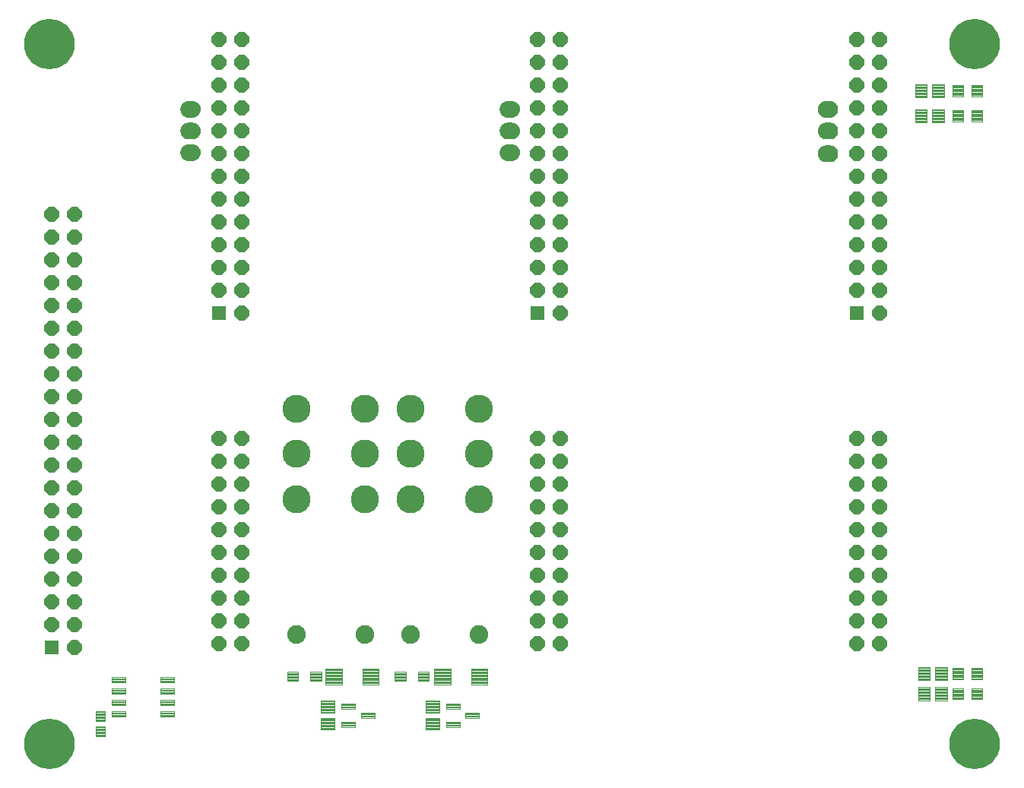
<source format=gts>
G75*
%MOIN*%
%OFA0B0*%
%FSLAX25Y25*%
%IPPOS*%
%LPD*%
%AMOC8*
5,1,8,0,0,1.08239X$1,22.5*
%
%ADD10C,0.12311*%
%ADD11C,0.08177*%
%ADD12C,0.00444*%
%ADD13C,0.00432*%
%ADD14C,0.00486*%
%ADD15C,0.00449*%
%ADD16C,0.00418*%
%ADD17OC8,0.06406*%
%ADD18R,0.06406X0.06406*%
%ADD19C,0.00100*%
%ADD20C,0.00487*%
%ADD21C,0.22154*%
D10*
X0175902Y0143933D03*
X0175902Y0163776D03*
X0175902Y0183618D03*
X0205665Y0183618D03*
X0225902Y0183618D03*
X0225902Y0163776D03*
X0225902Y0143933D03*
X0205665Y0143933D03*
X0205665Y0163776D03*
X0255665Y0163776D03*
X0255665Y0143933D03*
X0255665Y0183618D03*
D11*
X0255665Y0084406D03*
X0225902Y0084406D03*
X0205665Y0084406D03*
X0175902Y0084406D03*
D12*
X0176418Y0064032D02*
X0171638Y0064032D01*
X0171638Y0068024D01*
X0176418Y0068024D01*
X0176418Y0064032D01*
X0176418Y0064475D02*
X0171638Y0064475D01*
X0171638Y0064918D02*
X0176418Y0064918D01*
X0176418Y0065361D02*
X0171638Y0065361D01*
X0171638Y0065804D02*
X0176418Y0065804D01*
X0176418Y0066247D02*
X0171638Y0066247D01*
X0171638Y0066690D02*
X0176418Y0066690D01*
X0176418Y0067133D02*
X0171638Y0067133D01*
X0171638Y0067576D02*
X0176418Y0067576D01*
X0176418Y0068019D02*
X0171638Y0068019D01*
X0181874Y0064032D02*
X0186654Y0064032D01*
X0181874Y0064032D02*
X0181874Y0068024D01*
X0186654Y0068024D01*
X0186654Y0064032D01*
X0186654Y0064475D02*
X0181874Y0064475D01*
X0181874Y0064918D02*
X0186654Y0064918D01*
X0186654Y0065361D02*
X0181874Y0065361D01*
X0181874Y0065804D02*
X0186654Y0065804D01*
X0186654Y0066247D02*
X0181874Y0066247D01*
X0181874Y0066690D02*
X0186654Y0066690D01*
X0186654Y0067133D02*
X0181874Y0067133D01*
X0181874Y0067576D02*
X0186654Y0067576D01*
X0186654Y0068019D02*
X0181874Y0068019D01*
X0218888Y0064032D02*
X0223668Y0064032D01*
X0218888Y0064032D02*
X0218888Y0068024D01*
X0223668Y0068024D01*
X0223668Y0064032D01*
X0223668Y0064475D02*
X0218888Y0064475D01*
X0218888Y0064918D02*
X0223668Y0064918D01*
X0223668Y0065361D02*
X0218888Y0065361D01*
X0218888Y0065804D02*
X0223668Y0065804D01*
X0223668Y0066247D02*
X0218888Y0066247D01*
X0218888Y0066690D02*
X0223668Y0066690D01*
X0223668Y0067133D02*
X0218888Y0067133D01*
X0218888Y0067576D02*
X0223668Y0067576D01*
X0223668Y0068019D02*
X0218888Y0068019D01*
X0229124Y0064032D02*
X0233904Y0064032D01*
X0229124Y0064032D02*
X0229124Y0068024D01*
X0233904Y0068024D01*
X0233904Y0064032D01*
X0233904Y0064475D02*
X0229124Y0064475D01*
X0229124Y0064918D02*
X0233904Y0064918D01*
X0233904Y0065361D02*
X0229124Y0065361D01*
X0229124Y0065804D02*
X0233904Y0065804D01*
X0233904Y0066247D02*
X0229124Y0066247D01*
X0229124Y0066690D02*
X0233904Y0066690D01*
X0233904Y0067133D02*
X0229124Y0067133D01*
X0229124Y0067576D02*
X0233904Y0067576D01*
X0233904Y0068019D02*
X0229124Y0068019D01*
X0087900Y0050817D02*
X0087900Y0046431D01*
X0087900Y0050817D02*
X0091892Y0050817D01*
X0091892Y0046431D01*
X0087900Y0046431D01*
X0087900Y0046874D02*
X0091892Y0046874D01*
X0091892Y0047317D02*
X0087900Y0047317D01*
X0087900Y0047760D02*
X0091892Y0047760D01*
X0091892Y0048203D02*
X0087900Y0048203D01*
X0087900Y0048646D02*
X0091892Y0048646D01*
X0091892Y0049089D02*
X0087900Y0049089D01*
X0087900Y0049532D02*
X0091892Y0049532D01*
X0091892Y0049975D02*
X0087900Y0049975D01*
X0087900Y0050418D02*
X0091892Y0050418D01*
X0087900Y0044124D02*
X0087900Y0039738D01*
X0087900Y0044124D02*
X0091892Y0044124D01*
X0091892Y0039738D01*
X0087900Y0039738D01*
X0087900Y0040181D02*
X0091892Y0040181D01*
X0091892Y0040624D02*
X0087900Y0040624D01*
X0087900Y0041067D02*
X0091892Y0041067D01*
X0091892Y0041510D02*
X0087900Y0041510D01*
X0087900Y0041953D02*
X0091892Y0041953D01*
X0091892Y0042396D02*
X0087900Y0042396D01*
X0087900Y0042839D02*
X0091892Y0042839D01*
X0091892Y0043282D02*
X0087900Y0043282D01*
X0087900Y0043725D02*
X0091892Y0043725D01*
D13*
X0188498Y0069408D02*
X0195652Y0069408D01*
X0195652Y0062648D01*
X0188498Y0062648D01*
X0188498Y0069408D01*
X0188498Y0063079D02*
X0195652Y0063079D01*
X0195652Y0063510D02*
X0188498Y0063510D01*
X0188498Y0063941D02*
X0195652Y0063941D01*
X0195652Y0064372D02*
X0188498Y0064372D01*
X0188498Y0064803D02*
X0195652Y0064803D01*
X0195652Y0065234D02*
X0188498Y0065234D01*
X0188498Y0065665D02*
X0195652Y0065665D01*
X0195652Y0066096D02*
X0188498Y0066096D01*
X0188498Y0066527D02*
X0195652Y0066527D01*
X0195652Y0066958D02*
X0188498Y0066958D01*
X0188498Y0067389D02*
X0195652Y0067389D01*
X0195652Y0067820D02*
X0188498Y0067820D01*
X0188498Y0068251D02*
X0195652Y0068251D01*
X0195652Y0068682D02*
X0188498Y0068682D01*
X0188498Y0069113D02*
X0195652Y0069113D01*
X0204640Y0069408D02*
X0211794Y0069408D01*
X0211794Y0062648D01*
X0204640Y0062648D01*
X0204640Y0069408D01*
X0204640Y0063079D02*
X0211794Y0063079D01*
X0211794Y0063510D02*
X0204640Y0063510D01*
X0204640Y0063941D02*
X0211794Y0063941D01*
X0211794Y0064372D02*
X0204640Y0064372D01*
X0204640Y0064803D02*
X0211794Y0064803D01*
X0211794Y0065234D02*
X0204640Y0065234D01*
X0204640Y0065665D02*
X0211794Y0065665D01*
X0211794Y0066096D02*
X0204640Y0066096D01*
X0204640Y0066527D02*
X0211794Y0066527D01*
X0211794Y0066958D02*
X0204640Y0066958D01*
X0204640Y0067389D02*
X0211794Y0067389D01*
X0211794Y0067820D02*
X0204640Y0067820D01*
X0204640Y0068251D02*
X0211794Y0068251D01*
X0211794Y0068682D02*
X0204640Y0068682D01*
X0204640Y0069113D02*
X0211794Y0069113D01*
X0236248Y0069408D02*
X0243402Y0069408D01*
X0243402Y0062648D01*
X0236248Y0062648D01*
X0236248Y0069408D01*
X0236248Y0063079D02*
X0243402Y0063079D01*
X0243402Y0063510D02*
X0236248Y0063510D01*
X0236248Y0063941D02*
X0243402Y0063941D01*
X0243402Y0064372D02*
X0236248Y0064372D01*
X0236248Y0064803D02*
X0243402Y0064803D01*
X0243402Y0065234D02*
X0236248Y0065234D01*
X0236248Y0065665D02*
X0243402Y0065665D01*
X0243402Y0066096D02*
X0236248Y0066096D01*
X0236248Y0066527D02*
X0243402Y0066527D01*
X0243402Y0066958D02*
X0236248Y0066958D01*
X0236248Y0067389D02*
X0243402Y0067389D01*
X0243402Y0067820D02*
X0236248Y0067820D01*
X0236248Y0068251D02*
X0243402Y0068251D01*
X0243402Y0068682D02*
X0236248Y0068682D01*
X0236248Y0069113D02*
X0243402Y0069113D01*
X0252390Y0069408D02*
X0259544Y0069408D01*
X0259544Y0062648D01*
X0252390Y0062648D01*
X0252390Y0069408D01*
X0252390Y0063079D02*
X0259544Y0063079D01*
X0259544Y0063510D02*
X0252390Y0063510D01*
X0252390Y0063941D02*
X0259544Y0063941D01*
X0259544Y0064372D02*
X0252390Y0064372D01*
X0252390Y0064803D02*
X0259544Y0064803D01*
X0259544Y0065234D02*
X0252390Y0065234D01*
X0252390Y0065665D02*
X0259544Y0065665D01*
X0259544Y0066096D02*
X0252390Y0066096D01*
X0252390Y0066527D02*
X0259544Y0066527D01*
X0259544Y0066958D02*
X0252390Y0066958D01*
X0252390Y0067389D02*
X0259544Y0067389D01*
X0259544Y0067820D02*
X0252390Y0067820D01*
X0252390Y0068251D02*
X0259544Y0068251D01*
X0259544Y0068682D02*
X0252390Y0068682D01*
X0252390Y0069113D02*
X0259544Y0069113D01*
D14*
X0247353Y0051921D02*
X0241339Y0051921D01*
X0241339Y0054135D01*
X0247353Y0054135D01*
X0247353Y0051921D01*
X0247353Y0052406D02*
X0241339Y0052406D01*
X0241339Y0052891D02*
X0247353Y0052891D01*
X0247353Y0053376D02*
X0241339Y0053376D01*
X0241339Y0053861D02*
X0247353Y0053861D01*
X0249839Y0047921D02*
X0255853Y0047921D01*
X0249839Y0047921D02*
X0249839Y0050135D01*
X0255853Y0050135D01*
X0255853Y0047921D01*
X0255853Y0048406D02*
X0249839Y0048406D01*
X0249839Y0048891D02*
X0255853Y0048891D01*
X0255853Y0049376D02*
X0249839Y0049376D01*
X0249839Y0049861D02*
X0255853Y0049861D01*
X0247353Y0043921D02*
X0241339Y0043921D01*
X0241339Y0046135D01*
X0247353Y0046135D01*
X0247353Y0043921D01*
X0247353Y0044406D02*
X0241339Y0044406D01*
X0241339Y0044891D02*
X0247353Y0044891D01*
X0247353Y0045376D02*
X0241339Y0045376D01*
X0241339Y0045861D02*
X0247353Y0045861D01*
X0210103Y0047921D02*
X0204089Y0047921D01*
X0204089Y0050135D01*
X0210103Y0050135D01*
X0210103Y0047921D01*
X0210103Y0048406D02*
X0204089Y0048406D01*
X0204089Y0048891D02*
X0210103Y0048891D01*
X0210103Y0049376D02*
X0204089Y0049376D01*
X0204089Y0049861D02*
X0210103Y0049861D01*
X0201603Y0051921D02*
X0195589Y0051921D01*
X0195589Y0054135D01*
X0201603Y0054135D01*
X0201603Y0051921D01*
X0201603Y0052406D02*
X0195589Y0052406D01*
X0195589Y0052891D02*
X0201603Y0052891D01*
X0201603Y0053376D02*
X0195589Y0053376D01*
X0195589Y0053861D02*
X0201603Y0053861D01*
X0201603Y0043921D02*
X0195589Y0043921D01*
X0195589Y0046135D01*
X0201603Y0046135D01*
X0201603Y0043921D01*
X0201603Y0044406D02*
X0195589Y0044406D01*
X0195589Y0044891D02*
X0201603Y0044891D01*
X0201603Y0045376D02*
X0195589Y0045376D01*
X0195589Y0045861D02*
X0201603Y0045861D01*
D15*
X0192325Y0047872D02*
X0192325Y0042702D01*
X0186367Y0042702D01*
X0186367Y0047872D01*
X0192325Y0047872D01*
X0192325Y0043150D02*
X0186367Y0043150D01*
X0186367Y0043598D02*
X0192325Y0043598D01*
X0192325Y0044046D02*
X0186367Y0044046D01*
X0186367Y0044494D02*
X0192325Y0044494D01*
X0192325Y0044942D02*
X0186367Y0044942D01*
X0186367Y0045390D02*
X0192325Y0045390D01*
X0192325Y0045838D02*
X0186367Y0045838D01*
X0186367Y0046286D02*
X0192325Y0046286D01*
X0192325Y0046734D02*
X0186367Y0046734D01*
X0186367Y0047182D02*
X0192325Y0047182D01*
X0192325Y0047630D02*
X0186367Y0047630D01*
X0192325Y0050183D02*
X0192325Y0055353D01*
X0192325Y0050183D02*
X0186367Y0050183D01*
X0186367Y0055353D01*
X0192325Y0055353D01*
X0192325Y0050631D02*
X0186367Y0050631D01*
X0186367Y0051079D02*
X0192325Y0051079D01*
X0192325Y0051527D02*
X0186367Y0051527D01*
X0186367Y0051975D02*
X0192325Y0051975D01*
X0192325Y0052423D02*
X0186367Y0052423D01*
X0186367Y0052871D02*
X0192325Y0052871D01*
X0192325Y0053319D02*
X0186367Y0053319D01*
X0186367Y0053767D02*
X0192325Y0053767D01*
X0192325Y0054215D02*
X0186367Y0054215D01*
X0186367Y0054663D02*
X0192325Y0054663D01*
X0192325Y0055111D02*
X0186367Y0055111D01*
X0238325Y0055353D02*
X0238325Y0050183D01*
X0232367Y0050183D01*
X0232367Y0055353D01*
X0238325Y0055353D01*
X0238325Y0050631D02*
X0232367Y0050631D01*
X0232367Y0051079D02*
X0238325Y0051079D01*
X0238325Y0051527D02*
X0232367Y0051527D01*
X0232367Y0051975D02*
X0238325Y0051975D01*
X0238325Y0052423D02*
X0232367Y0052423D01*
X0232367Y0052871D02*
X0238325Y0052871D01*
X0238325Y0053319D02*
X0232367Y0053319D01*
X0232367Y0053767D02*
X0238325Y0053767D01*
X0238325Y0054215D02*
X0232367Y0054215D01*
X0232367Y0054663D02*
X0238325Y0054663D01*
X0238325Y0055111D02*
X0232367Y0055111D01*
X0238325Y0047872D02*
X0238325Y0042702D01*
X0232367Y0042702D01*
X0232367Y0047872D01*
X0238325Y0047872D01*
X0238325Y0043150D02*
X0232367Y0043150D01*
X0232367Y0043598D02*
X0238325Y0043598D01*
X0238325Y0044046D02*
X0232367Y0044046D01*
X0232367Y0044494D02*
X0238325Y0044494D01*
X0238325Y0044942D02*
X0232367Y0044942D01*
X0232367Y0045390D02*
X0238325Y0045390D01*
X0238325Y0045838D02*
X0232367Y0045838D01*
X0232367Y0046286D02*
X0238325Y0046286D01*
X0238325Y0046734D02*
X0232367Y0046734D01*
X0232367Y0047182D02*
X0238325Y0047182D01*
X0238325Y0047630D02*
X0232367Y0047630D01*
X0448371Y0061557D02*
X0453541Y0061557D01*
X0453541Y0055599D01*
X0448371Y0055599D01*
X0448371Y0061557D01*
X0448371Y0056047D02*
X0453541Y0056047D01*
X0453541Y0056495D02*
X0448371Y0056495D01*
X0448371Y0056943D02*
X0453541Y0056943D01*
X0453541Y0057391D02*
X0448371Y0057391D01*
X0448371Y0057839D02*
X0453541Y0057839D01*
X0453541Y0058287D02*
X0448371Y0058287D01*
X0448371Y0058735D02*
X0453541Y0058735D01*
X0453541Y0059183D02*
X0448371Y0059183D01*
X0448371Y0059631D02*
X0453541Y0059631D01*
X0453541Y0060079D02*
X0448371Y0060079D01*
X0448371Y0060527D02*
X0453541Y0060527D01*
X0453541Y0060975D02*
X0448371Y0060975D01*
X0448371Y0061423D02*
X0453541Y0061423D01*
X0455851Y0061557D02*
X0461021Y0061557D01*
X0461021Y0055599D01*
X0455851Y0055599D01*
X0455851Y0061557D01*
X0455851Y0056047D02*
X0461021Y0056047D01*
X0461021Y0056495D02*
X0455851Y0056495D01*
X0455851Y0056943D02*
X0461021Y0056943D01*
X0461021Y0057391D02*
X0455851Y0057391D01*
X0455851Y0057839D02*
X0461021Y0057839D01*
X0461021Y0058287D02*
X0455851Y0058287D01*
X0455851Y0058735D02*
X0461021Y0058735D01*
X0461021Y0059183D02*
X0455851Y0059183D01*
X0455851Y0059631D02*
X0461021Y0059631D01*
X0461021Y0060079D02*
X0455851Y0060079D01*
X0455851Y0060527D02*
X0461021Y0060527D01*
X0461021Y0060975D02*
X0455851Y0060975D01*
X0455851Y0061423D02*
X0461021Y0061423D01*
X0461021Y0070307D02*
X0455851Y0070307D01*
X0461021Y0070307D02*
X0461021Y0064349D01*
X0455851Y0064349D01*
X0455851Y0070307D01*
X0455851Y0064797D02*
X0461021Y0064797D01*
X0461021Y0065245D02*
X0455851Y0065245D01*
X0455851Y0065693D02*
X0461021Y0065693D01*
X0461021Y0066141D02*
X0455851Y0066141D01*
X0455851Y0066589D02*
X0461021Y0066589D01*
X0461021Y0067037D02*
X0455851Y0067037D01*
X0455851Y0067485D02*
X0461021Y0067485D01*
X0461021Y0067933D02*
X0455851Y0067933D01*
X0455851Y0068381D02*
X0461021Y0068381D01*
X0461021Y0068829D02*
X0455851Y0068829D01*
X0455851Y0069277D02*
X0461021Y0069277D01*
X0461021Y0069725D02*
X0455851Y0069725D01*
X0455851Y0070173D02*
X0461021Y0070173D01*
X0453541Y0070307D02*
X0448371Y0070307D01*
X0453541Y0070307D02*
X0453541Y0064349D01*
X0448371Y0064349D01*
X0448371Y0070307D01*
X0448371Y0064797D02*
X0453541Y0064797D01*
X0453541Y0065245D02*
X0448371Y0065245D01*
X0448371Y0065693D02*
X0453541Y0065693D01*
X0453541Y0066141D02*
X0448371Y0066141D01*
X0448371Y0066589D02*
X0453541Y0066589D01*
X0453541Y0067037D02*
X0448371Y0067037D01*
X0448371Y0067485D02*
X0453541Y0067485D01*
X0453541Y0067933D02*
X0448371Y0067933D01*
X0448371Y0068381D02*
X0453541Y0068381D01*
X0453541Y0068829D02*
X0448371Y0068829D01*
X0448371Y0069277D02*
X0453541Y0069277D01*
X0453541Y0069725D02*
X0448371Y0069725D01*
X0448371Y0070173D02*
X0453541Y0070173D01*
X0454551Y0309049D02*
X0459721Y0309049D01*
X0454551Y0309049D02*
X0454551Y0315007D01*
X0459721Y0315007D01*
X0459721Y0309049D01*
X0459721Y0309497D02*
X0454551Y0309497D01*
X0454551Y0309945D02*
X0459721Y0309945D01*
X0459721Y0310393D02*
X0454551Y0310393D01*
X0454551Y0310841D02*
X0459721Y0310841D01*
X0459721Y0311289D02*
X0454551Y0311289D01*
X0454551Y0311737D02*
X0459721Y0311737D01*
X0459721Y0312185D02*
X0454551Y0312185D01*
X0454551Y0312633D02*
X0459721Y0312633D01*
X0459721Y0313081D02*
X0454551Y0313081D01*
X0454551Y0313529D02*
X0459721Y0313529D01*
X0459721Y0313977D02*
X0454551Y0313977D01*
X0454551Y0314425D02*
X0459721Y0314425D01*
X0459721Y0314873D02*
X0454551Y0314873D01*
X0452241Y0309049D02*
X0447071Y0309049D01*
X0447071Y0315007D01*
X0452241Y0315007D01*
X0452241Y0309049D01*
X0452241Y0309497D02*
X0447071Y0309497D01*
X0447071Y0309945D02*
X0452241Y0309945D01*
X0452241Y0310393D02*
X0447071Y0310393D01*
X0447071Y0310841D02*
X0452241Y0310841D01*
X0452241Y0311289D02*
X0447071Y0311289D01*
X0447071Y0311737D02*
X0452241Y0311737D01*
X0452241Y0312185D02*
X0447071Y0312185D01*
X0447071Y0312633D02*
X0452241Y0312633D01*
X0452241Y0313081D02*
X0447071Y0313081D01*
X0447071Y0313529D02*
X0452241Y0313529D01*
X0452241Y0313977D02*
X0447071Y0313977D01*
X0447071Y0314425D02*
X0452241Y0314425D01*
X0452241Y0314873D02*
X0447071Y0314873D01*
X0447071Y0320049D02*
X0452241Y0320049D01*
X0447071Y0320049D02*
X0447071Y0326007D01*
X0452241Y0326007D01*
X0452241Y0320049D01*
X0452241Y0320497D02*
X0447071Y0320497D01*
X0447071Y0320945D02*
X0452241Y0320945D01*
X0452241Y0321393D02*
X0447071Y0321393D01*
X0447071Y0321841D02*
X0452241Y0321841D01*
X0452241Y0322289D02*
X0447071Y0322289D01*
X0447071Y0322737D02*
X0452241Y0322737D01*
X0452241Y0323185D02*
X0447071Y0323185D01*
X0447071Y0323633D02*
X0452241Y0323633D01*
X0452241Y0324081D02*
X0447071Y0324081D01*
X0447071Y0324529D02*
X0452241Y0324529D01*
X0452241Y0324977D02*
X0447071Y0324977D01*
X0447071Y0325425D02*
X0452241Y0325425D01*
X0452241Y0325873D02*
X0447071Y0325873D01*
X0454551Y0320049D02*
X0459721Y0320049D01*
X0454551Y0320049D02*
X0454551Y0326007D01*
X0459721Y0326007D01*
X0459721Y0320049D01*
X0459721Y0320497D02*
X0454551Y0320497D01*
X0454551Y0320945D02*
X0459721Y0320945D01*
X0459721Y0321393D02*
X0454551Y0321393D01*
X0454551Y0321841D02*
X0459721Y0321841D01*
X0459721Y0322289D02*
X0454551Y0322289D01*
X0454551Y0322737D02*
X0459721Y0322737D01*
X0459721Y0323185D02*
X0454551Y0323185D01*
X0454551Y0323633D02*
X0459721Y0323633D01*
X0459721Y0324081D02*
X0454551Y0324081D01*
X0454551Y0324529D02*
X0459721Y0324529D01*
X0459721Y0324977D02*
X0454551Y0324977D01*
X0454551Y0325425D02*
X0459721Y0325425D01*
X0459721Y0325873D02*
X0454551Y0325873D01*
D16*
X0463359Y0325431D02*
X0463359Y0320625D01*
X0463359Y0325431D02*
X0468165Y0325431D01*
X0468165Y0320625D01*
X0463359Y0320625D01*
X0463359Y0321042D02*
X0468165Y0321042D01*
X0468165Y0321459D02*
X0463359Y0321459D01*
X0463359Y0321876D02*
X0468165Y0321876D01*
X0468165Y0322293D02*
X0463359Y0322293D01*
X0463359Y0322710D02*
X0468165Y0322710D01*
X0468165Y0323127D02*
X0463359Y0323127D01*
X0463359Y0323544D02*
X0468165Y0323544D01*
X0468165Y0323961D02*
X0463359Y0323961D01*
X0463359Y0324378D02*
X0468165Y0324378D01*
X0468165Y0324795D02*
X0463359Y0324795D01*
X0463359Y0325212D02*
X0468165Y0325212D01*
X0471627Y0325431D02*
X0471627Y0320625D01*
X0471627Y0325431D02*
X0476433Y0325431D01*
X0476433Y0320625D01*
X0471627Y0320625D01*
X0471627Y0321042D02*
X0476433Y0321042D01*
X0476433Y0321459D02*
X0471627Y0321459D01*
X0471627Y0321876D02*
X0476433Y0321876D01*
X0476433Y0322293D02*
X0471627Y0322293D01*
X0471627Y0322710D02*
X0476433Y0322710D01*
X0476433Y0323127D02*
X0471627Y0323127D01*
X0471627Y0323544D02*
X0476433Y0323544D01*
X0476433Y0323961D02*
X0471627Y0323961D01*
X0471627Y0324378D02*
X0476433Y0324378D01*
X0476433Y0324795D02*
X0471627Y0324795D01*
X0471627Y0325212D02*
X0476433Y0325212D01*
X0471627Y0314431D02*
X0471627Y0309625D01*
X0471627Y0314431D02*
X0476433Y0314431D01*
X0476433Y0309625D01*
X0471627Y0309625D01*
X0471627Y0310042D02*
X0476433Y0310042D01*
X0476433Y0310459D02*
X0471627Y0310459D01*
X0471627Y0310876D02*
X0476433Y0310876D01*
X0476433Y0311293D02*
X0471627Y0311293D01*
X0471627Y0311710D02*
X0476433Y0311710D01*
X0476433Y0312127D02*
X0471627Y0312127D01*
X0471627Y0312544D02*
X0476433Y0312544D01*
X0476433Y0312961D02*
X0471627Y0312961D01*
X0471627Y0313378D02*
X0476433Y0313378D01*
X0476433Y0313795D02*
X0471627Y0313795D01*
X0471627Y0314212D02*
X0476433Y0314212D01*
X0463359Y0314431D02*
X0463359Y0309625D01*
X0463359Y0314431D02*
X0468165Y0314431D01*
X0468165Y0309625D01*
X0463359Y0309625D01*
X0463359Y0310042D02*
X0468165Y0310042D01*
X0468165Y0310459D02*
X0463359Y0310459D01*
X0463359Y0310876D02*
X0468165Y0310876D01*
X0468165Y0311293D02*
X0463359Y0311293D01*
X0463359Y0311710D02*
X0468165Y0311710D01*
X0468165Y0312127D02*
X0463359Y0312127D01*
X0463359Y0312544D02*
X0468165Y0312544D01*
X0468165Y0312961D02*
X0463359Y0312961D01*
X0463359Y0313378D02*
X0468165Y0313378D01*
X0468165Y0313795D02*
X0463359Y0313795D01*
X0463359Y0314212D02*
X0468165Y0314212D01*
X0468165Y0069731D02*
X0468165Y0064925D01*
X0463359Y0064925D01*
X0463359Y0069731D01*
X0468165Y0069731D01*
X0468165Y0065342D02*
X0463359Y0065342D01*
X0463359Y0065759D02*
X0468165Y0065759D01*
X0468165Y0066176D02*
X0463359Y0066176D01*
X0463359Y0066593D02*
X0468165Y0066593D01*
X0468165Y0067010D02*
X0463359Y0067010D01*
X0463359Y0067427D02*
X0468165Y0067427D01*
X0468165Y0067844D02*
X0463359Y0067844D01*
X0463359Y0068261D02*
X0468165Y0068261D01*
X0468165Y0068678D02*
X0463359Y0068678D01*
X0463359Y0069095D02*
X0468165Y0069095D01*
X0468165Y0069512D02*
X0463359Y0069512D01*
X0476433Y0069731D02*
X0476433Y0064925D01*
X0471627Y0064925D01*
X0471627Y0069731D01*
X0476433Y0069731D01*
X0476433Y0065342D02*
X0471627Y0065342D01*
X0471627Y0065759D02*
X0476433Y0065759D01*
X0476433Y0066176D02*
X0471627Y0066176D01*
X0471627Y0066593D02*
X0476433Y0066593D01*
X0476433Y0067010D02*
X0471627Y0067010D01*
X0471627Y0067427D02*
X0476433Y0067427D01*
X0476433Y0067844D02*
X0471627Y0067844D01*
X0471627Y0068261D02*
X0476433Y0068261D01*
X0476433Y0068678D02*
X0471627Y0068678D01*
X0471627Y0069095D02*
X0476433Y0069095D01*
X0476433Y0069512D02*
X0471627Y0069512D01*
X0476433Y0060981D02*
X0476433Y0056175D01*
X0471627Y0056175D01*
X0471627Y0060981D01*
X0476433Y0060981D01*
X0476433Y0056592D02*
X0471627Y0056592D01*
X0471627Y0057009D02*
X0476433Y0057009D01*
X0476433Y0057426D02*
X0471627Y0057426D01*
X0471627Y0057843D02*
X0476433Y0057843D01*
X0476433Y0058260D02*
X0471627Y0058260D01*
X0471627Y0058677D02*
X0476433Y0058677D01*
X0476433Y0059094D02*
X0471627Y0059094D01*
X0471627Y0059511D02*
X0476433Y0059511D01*
X0476433Y0059928D02*
X0471627Y0059928D01*
X0471627Y0060345D02*
X0476433Y0060345D01*
X0476433Y0060762D02*
X0471627Y0060762D01*
X0468165Y0060981D02*
X0468165Y0056175D01*
X0463359Y0056175D01*
X0463359Y0060981D01*
X0468165Y0060981D01*
X0468165Y0056592D02*
X0463359Y0056592D01*
X0463359Y0057009D02*
X0468165Y0057009D01*
X0468165Y0057426D02*
X0463359Y0057426D01*
X0463359Y0057843D02*
X0468165Y0057843D01*
X0468165Y0058260D02*
X0463359Y0058260D01*
X0463359Y0058677D02*
X0468165Y0058677D01*
X0468165Y0059094D02*
X0463359Y0059094D01*
X0463359Y0059511D02*
X0468165Y0059511D01*
X0468165Y0059928D02*
X0463359Y0059928D01*
X0463359Y0060345D02*
X0468165Y0060345D01*
X0468165Y0060762D02*
X0463359Y0060762D01*
D17*
X0431335Y0080350D03*
X0421335Y0080350D03*
X0421335Y0090350D03*
X0431335Y0090350D03*
X0431335Y0100350D03*
X0421335Y0100350D03*
X0421335Y0110350D03*
X0431335Y0110350D03*
X0431335Y0120350D03*
X0421335Y0120350D03*
X0421335Y0130350D03*
X0431335Y0130350D03*
X0431335Y0140350D03*
X0421335Y0140350D03*
X0421335Y0150350D03*
X0431335Y0150350D03*
X0431335Y0160350D03*
X0421335Y0160350D03*
X0421335Y0170350D03*
X0431335Y0170350D03*
X0431335Y0225547D03*
X0431335Y0235547D03*
X0421335Y0235547D03*
X0421335Y0245547D03*
X0431335Y0245547D03*
X0431335Y0255547D03*
X0431335Y0265547D03*
X0421335Y0265547D03*
X0421335Y0255547D03*
X0421335Y0275547D03*
X0431335Y0275547D03*
X0431335Y0285547D03*
X0431335Y0295547D03*
X0421335Y0295547D03*
X0421335Y0285547D03*
X0421335Y0305547D03*
X0431335Y0305547D03*
X0431335Y0315547D03*
X0421335Y0315547D03*
X0421335Y0325547D03*
X0431335Y0325547D03*
X0431335Y0335547D03*
X0421335Y0335547D03*
X0421335Y0345547D03*
X0431335Y0345547D03*
X0291571Y0345547D03*
X0281571Y0345547D03*
X0281571Y0335547D03*
X0281571Y0325547D03*
X0291571Y0325547D03*
X0291571Y0335547D03*
X0291571Y0315547D03*
X0281571Y0315547D03*
X0281571Y0305547D03*
X0291571Y0305547D03*
X0291571Y0295547D03*
X0291571Y0285547D03*
X0281571Y0285547D03*
X0281571Y0295547D03*
X0281571Y0275547D03*
X0291571Y0275547D03*
X0291571Y0265547D03*
X0291571Y0255547D03*
X0281571Y0255547D03*
X0281571Y0265547D03*
X0281571Y0245547D03*
X0291571Y0245547D03*
X0291571Y0235547D03*
X0291571Y0225547D03*
X0281571Y0235547D03*
X0281571Y0170350D03*
X0291571Y0170350D03*
X0291571Y0160350D03*
X0291571Y0150350D03*
X0281571Y0150350D03*
X0281571Y0160350D03*
X0281571Y0140350D03*
X0291571Y0140350D03*
X0291571Y0130350D03*
X0291571Y0120350D03*
X0281571Y0120350D03*
X0281571Y0130350D03*
X0281571Y0110350D03*
X0291571Y0110350D03*
X0291571Y0100350D03*
X0291571Y0090350D03*
X0281571Y0090350D03*
X0281571Y0100350D03*
X0281571Y0080350D03*
X0291571Y0080350D03*
X0151807Y0080350D03*
X0141807Y0080350D03*
X0141807Y0090350D03*
X0151807Y0090350D03*
X0151807Y0100350D03*
X0141807Y0100350D03*
X0141807Y0110350D03*
X0151807Y0110350D03*
X0151807Y0120350D03*
X0141807Y0120350D03*
X0141807Y0130350D03*
X0151807Y0130350D03*
X0151807Y0140350D03*
X0141807Y0140350D03*
X0141807Y0150350D03*
X0151807Y0150350D03*
X0151807Y0160350D03*
X0141807Y0160350D03*
X0141807Y0170350D03*
X0151807Y0170350D03*
X0151807Y0225547D03*
X0151807Y0235547D03*
X0141807Y0235547D03*
X0141807Y0245547D03*
X0151807Y0245547D03*
X0151807Y0255547D03*
X0141807Y0255547D03*
X0141807Y0265547D03*
X0151807Y0265547D03*
X0151807Y0275547D03*
X0141807Y0275547D03*
X0141807Y0285547D03*
X0151807Y0285547D03*
X0151807Y0295547D03*
X0141807Y0295547D03*
X0141807Y0305547D03*
X0151807Y0305547D03*
X0151807Y0315547D03*
X0141807Y0315547D03*
X0141807Y0325547D03*
X0151807Y0325547D03*
X0151807Y0335547D03*
X0141807Y0335547D03*
X0141807Y0345547D03*
X0151807Y0345547D03*
X0078343Y0268776D03*
X0078343Y0258776D03*
X0068343Y0258776D03*
X0068343Y0268776D03*
X0068343Y0248776D03*
X0078343Y0248776D03*
X0078343Y0238776D03*
X0078343Y0228776D03*
X0068343Y0228776D03*
X0068343Y0238776D03*
X0068343Y0218776D03*
X0078343Y0218776D03*
X0078343Y0208776D03*
X0078343Y0198776D03*
X0068343Y0198776D03*
X0068343Y0208776D03*
X0068343Y0188776D03*
X0078343Y0188776D03*
X0078343Y0178776D03*
X0078343Y0168776D03*
X0068343Y0168776D03*
X0068343Y0178776D03*
X0068343Y0158776D03*
X0078343Y0158776D03*
X0078343Y0148776D03*
X0078343Y0138776D03*
X0068343Y0138776D03*
X0068343Y0148776D03*
X0068343Y0128776D03*
X0078343Y0128776D03*
X0078343Y0118776D03*
X0078343Y0108776D03*
X0068343Y0108776D03*
X0068343Y0118776D03*
X0068343Y0098776D03*
X0078343Y0098776D03*
X0078343Y0088776D03*
X0078343Y0078776D03*
X0068343Y0088776D03*
D18*
X0068343Y0078776D03*
X0141807Y0225547D03*
X0281571Y0225547D03*
X0421335Y0225547D03*
D19*
X0410078Y0292095D02*
X0410735Y0292294D01*
X0411340Y0292617D01*
X0411871Y0293053D01*
X0412306Y0293583D01*
X0412629Y0294188D01*
X0412828Y0294845D01*
X0412896Y0295528D01*
X0412828Y0296210D01*
X0412629Y0296867D01*
X0412306Y0297472D01*
X0411871Y0298002D01*
X0411340Y0298438D01*
X0410735Y0298761D01*
X0410078Y0298960D01*
X0409396Y0299028D01*
X0408646Y0299028D01*
X0408646Y0292028D01*
X0407896Y0292028D01*
X0407213Y0292095D01*
X0406556Y0292294D01*
X0405951Y0292617D01*
X0405421Y0293053D01*
X0404986Y0293583D01*
X0404662Y0294188D01*
X0404463Y0294845D01*
X0404396Y0295528D01*
X0404463Y0296210D01*
X0404662Y0296867D01*
X0404986Y0297472D01*
X0405421Y0298002D01*
X0405951Y0298438D01*
X0406556Y0298761D01*
X0407213Y0298960D01*
X0407896Y0299028D01*
X0408646Y0299028D01*
X0408646Y0292028D01*
X0409396Y0292028D01*
X0410078Y0292095D01*
X0410288Y0292158D02*
X0408646Y0292158D01*
X0407004Y0292158D01*
X0406679Y0292257D02*
X0408646Y0292257D01*
X0410612Y0292257D01*
X0410850Y0292355D02*
X0408646Y0292355D01*
X0406442Y0292355D01*
X0406257Y0292454D02*
X0408646Y0292454D01*
X0411034Y0292454D01*
X0411218Y0292552D02*
X0408646Y0292552D01*
X0406073Y0292552D01*
X0405910Y0292651D02*
X0408646Y0292651D01*
X0411381Y0292651D01*
X0411501Y0292749D02*
X0408646Y0292749D01*
X0405790Y0292749D01*
X0405670Y0292848D02*
X0408646Y0292848D01*
X0411621Y0292848D01*
X0411741Y0292946D02*
X0408646Y0292946D01*
X0405550Y0292946D01*
X0405430Y0293045D02*
X0408646Y0293045D01*
X0411861Y0293045D01*
X0411945Y0293143D02*
X0408646Y0293143D01*
X0405346Y0293143D01*
X0405266Y0293242D02*
X0408646Y0293242D01*
X0412026Y0293242D01*
X0412107Y0293340D02*
X0408646Y0293340D01*
X0405185Y0293340D01*
X0405104Y0293439D02*
X0408646Y0293439D01*
X0412188Y0293439D01*
X0412268Y0293537D02*
X0408646Y0293537D01*
X0405023Y0293537D01*
X0404957Y0293636D02*
X0408646Y0293636D01*
X0412334Y0293636D01*
X0412387Y0293734D02*
X0408646Y0293734D01*
X0404905Y0293734D01*
X0404852Y0293833D02*
X0408646Y0293833D01*
X0412439Y0293833D01*
X0412492Y0293931D02*
X0408646Y0293931D01*
X0404799Y0293931D01*
X0404747Y0294030D02*
X0408646Y0294030D01*
X0412545Y0294030D01*
X0412597Y0294129D02*
X0408646Y0294129D01*
X0404694Y0294129D01*
X0404650Y0294227D02*
X0408646Y0294227D01*
X0412641Y0294227D01*
X0412671Y0294326D02*
X0408646Y0294326D01*
X0404620Y0294326D01*
X0404591Y0294424D02*
X0408646Y0294424D01*
X0412701Y0294424D01*
X0412731Y0294523D02*
X0408646Y0294523D01*
X0404561Y0294523D01*
X0404531Y0294621D02*
X0408646Y0294621D01*
X0412761Y0294621D01*
X0412790Y0294720D02*
X0408646Y0294720D01*
X0404501Y0294720D01*
X0404471Y0294818D02*
X0408646Y0294818D01*
X0412820Y0294818D01*
X0412835Y0294917D02*
X0408646Y0294917D01*
X0404456Y0294917D01*
X0404446Y0295015D02*
X0408646Y0295015D01*
X0412845Y0295015D01*
X0412855Y0295114D02*
X0408646Y0295114D01*
X0404436Y0295114D01*
X0404427Y0295212D02*
X0408646Y0295212D01*
X0412865Y0295212D01*
X0412874Y0295311D02*
X0408646Y0295311D01*
X0404417Y0295311D01*
X0404407Y0295409D02*
X0408646Y0295409D01*
X0412884Y0295409D01*
X0412894Y0295508D02*
X0408646Y0295508D01*
X0404398Y0295508D01*
X0404403Y0295606D02*
X0408646Y0295606D01*
X0412888Y0295606D01*
X0412878Y0295705D02*
X0408646Y0295705D01*
X0404413Y0295705D01*
X0404423Y0295803D02*
X0408646Y0295803D01*
X0412869Y0295803D01*
X0412859Y0295902D02*
X0408646Y0295902D01*
X0404433Y0295902D01*
X0404442Y0296000D02*
X0408646Y0296000D01*
X0412849Y0296000D01*
X0412839Y0296099D02*
X0408646Y0296099D01*
X0404452Y0296099D01*
X0404462Y0296197D02*
X0408646Y0296197D01*
X0412830Y0296197D01*
X0412803Y0296296D02*
X0408646Y0296296D01*
X0404489Y0296296D01*
X0404519Y0296394D02*
X0408646Y0296394D01*
X0412773Y0296394D01*
X0412743Y0296493D02*
X0408646Y0296493D01*
X0404549Y0296493D01*
X0404578Y0296591D02*
X0408646Y0296591D01*
X0412713Y0296591D01*
X0412683Y0296690D02*
X0408646Y0296690D01*
X0404608Y0296690D01*
X0404638Y0296788D02*
X0408646Y0296788D01*
X0412653Y0296788D01*
X0412619Y0296887D02*
X0408646Y0296887D01*
X0404673Y0296887D01*
X0404725Y0296985D02*
X0408646Y0296985D01*
X0412566Y0296985D01*
X0412513Y0297084D02*
X0408646Y0297084D01*
X0404778Y0297084D01*
X0404831Y0297182D02*
X0408646Y0297182D01*
X0412461Y0297182D01*
X0412408Y0297281D02*
X0408646Y0297281D01*
X0404883Y0297281D01*
X0404936Y0297379D02*
X0408646Y0297379D01*
X0412355Y0297379D01*
X0412301Y0297478D02*
X0408646Y0297478D01*
X0404990Y0297478D01*
X0405071Y0297576D02*
X0408646Y0297576D01*
X0412220Y0297576D01*
X0412139Y0297675D02*
X0408646Y0297675D01*
X0405152Y0297675D01*
X0405233Y0297773D02*
X0408646Y0297773D01*
X0412058Y0297773D01*
X0411978Y0297872D02*
X0408646Y0297872D01*
X0405314Y0297872D01*
X0405395Y0297970D02*
X0408646Y0297970D01*
X0411897Y0297970D01*
X0411789Y0298069D02*
X0408646Y0298069D01*
X0405502Y0298069D01*
X0405622Y0298167D02*
X0408646Y0298167D01*
X0411669Y0298167D01*
X0411549Y0298266D02*
X0408646Y0298266D01*
X0405742Y0298266D01*
X0405862Y0298364D02*
X0408646Y0298364D01*
X0411429Y0298364D01*
X0411293Y0298463D02*
X0408646Y0298463D01*
X0405999Y0298463D01*
X0406183Y0298562D02*
X0408646Y0298562D01*
X0411109Y0298562D01*
X0410924Y0298660D02*
X0408646Y0298660D01*
X0406367Y0298660D01*
X0406551Y0298759D02*
X0408646Y0298759D01*
X0410740Y0298759D01*
X0410419Y0298857D02*
X0408646Y0298857D01*
X0406872Y0298857D01*
X0407197Y0298956D02*
X0408646Y0298956D01*
X0410094Y0298956D01*
X0410078Y0302095D02*
X0410735Y0302294D01*
X0411340Y0302617D01*
X0411871Y0303053D01*
X0412306Y0303583D01*
X0412629Y0304188D01*
X0412828Y0304845D01*
X0412896Y0305528D01*
X0412828Y0306210D01*
X0412629Y0306867D01*
X0412306Y0307472D01*
X0411871Y0308002D01*
X0411340Y0308438D01*
X0410735Y0308761D01*
X0410078Y0308960D01*
X0409396Y0309028D01*
X0408646Y0309028D01*
X0408646Y0302028D01*
X0409396Y0302028D01*
X0410078Y0302095D01*
X0410122Y0302108D02*
X0408646Y0302108D01*
X0407170Y0302108D01*
X0407213Y0302095D02*
X0407896Y0302028D01*
X0408646Y0302028D01*
X0408646Y0309028D01*
X0407896Y0309028D01*
X0407213Y0308960D01*
X0406556Y0308761D01*
X0405951Y0308438D01*
X0405421Y0308002D01*
X0404986Y0307472D01*
X0404662Y0306867D01*
X0404463Y0306210D01*
X0404396Y0305528D01*
X0404463Y0304845D01*
X0404662Y0304188D01*
X0404986Y0303583D01*
X0405421Y0303053D01*
X0405951Y0302617D01*
X0406556Y0302294D01*
X0407213Y0302095D01*
X0406845Y0302206D02*
X0408646Y0302206D01*
X0410446Y0302206D01*
X0410756Y0302305D02*
X0408646Y0302305D01*
X0406536Y0302305D01*
X0406351Y0302403D02*
X0408646Y0302403D01*
X0410940Y0302403D01*
X0411124Y0302502D02*
X0408646Y0302502D01*
X0406167Y0302502D01*
X0405983Y0302600D02*
X0408646Y0302600D01*
X0411308Y0302600D01*
X0411440Y0302699D02*
X0408646Y0302699D01*
X0405852Y0302699D01*
X0405732Y0302798D02*
X0408646Y0302798D01*
X0411560Y0302798D01*
X0411680Y0302896D02*
X0408646Y0302896D01*
X0405612Y0302896D01*
X0405492Y0302995D02*
X0408646Y0302995D01*
X0411800Y0302995D01*
X0411904Y0303093D02*
X0408646Y0303093D01*
X0405388Y0303093D01*
X0405307Y0303192D02*
X0408646Y0303192D01*
X0411984Y0303192D01*
X0412065Y0303290D02*
X0408646Y0303290D01*
X0405226Y0303290D01*
X0405145Y0303389D02*
X0408646Y0303389D01*
X0412146Y0303389D01*
X0412227Y0303487D02*
X0408646Y0303487D01*
X0405064Y0303487D01*
X0404984Y0303586D02*
X0408646Y0303586D01*
X0412307Y0303586D01*
X0412360Y0303684D02*
X0408646Y0303684D01*
X0404932Y0303684D01*
X0404879Y0303783D02*
X0408646Y0303783D01*
X0412412Y0303783D01*
X0412465Y0303881D02*
X0408646Y0303881D01*
X0404826Y0303881D01*
X0404774Y0303980D02*
X0408646Y0303980D01*
X0412518Y0303980D01*
X0412570Y0304078D02*
X0408646Y0304078D01*
X0404721Y0304078D01*
X0404668Y0304177D02*
X0408646Y0304177D01*
X0412623Y0304177D01*
X0412656Y0304275D02*
X0408646Y0304275D01*
X0404636Y0304275D01*
X0404606Y0304374D02*
X0408646Y0304374D01*
X0412686Y0304374D01*
X0412715Y0304472D02*
X0408646Y0304472D01*
X0404576Y0304472D01*
X0404546Y0304571D02*
X0408646Y0304571D01*
X0412745Y0304571D01*
X0412775Y0304669D02*
X0408646Y0304669D01*
X0404516Y0304669D01*
X0404486Y0304768D02*
X0408646Y0304768D01*
X0412805Y0304768D01*
X0412831Y0304866D02*
X0408646Y0304866D01*
X0404461Y0304866D01*
X0404451Y0304965D02*
X0408646Y0304965D01*
X0412840Y0304965D01*
X0412850Y0305063D02*
X0408646Y0305063D01*
X0404441Y0305063D01*
X0404432Y0305162D02*
X0408646Y0305162D01*
X0412860Y0305162D01*
X0412869Y0305260D02*
X0408646Y0305260D01*
X0404422Y0305260D01*
X0404412Y0305359D02*
X0408646Y0305359D01*
X0412879Y0305359D01*
X0412889Y0305457D02*
X0408646Y0305457D01*
X0404403Y0305457D01*
X0404398Y0305556D02*
X0408646Y0305556D01*
X0412893Y0305556D01*
X0412883Y0305654D02*
X0408646Y0305654D01*
X0404408Y0305654D01*
X0404418Y0305753D02*
X0408646Y0305753D01*
X0412873Y0305753D01*
X0412864Y0305851D02*
X0408646Y0305851D01*
X0404428Y0305851D01*
X0404437Y0305950D02*
X0408646Y0305950D01*
X0412854Y0305950D01*
X0412844Y0306048D02*
X0408646Y0306048D01*
X0404447Y0306048D01*
X0404457Y0306147D02*
X0408646Y0306147D01*
X0412835Y0306147D01*
X0412818Y0306245D02*
X0408646Y0306245D01*
X0404474Y0306245D01*
X0404503Y0306344D02*
X0408646Y0306344D01*
X0412788Y0306344D01*
X0412758Y0306442D02*
X0408646Y0306442D01*
X0404533Y0306442D01*
X0404563Y0306541D02*
X0408646Y0306541D01*
X0412728Y0306541D01*
X0412698Y0306639D02*
X0408646Y0306639D01*
X0404593Y0306639D01*
X0404623Y0306738D02*
X0408646Y0306738D01*
X0412668Y0306738D01*
X0412638Y0306836D02*
X0408646Y0306836D01*
X0404653Y0306836D01*
X0404698Y0306935D02*
X0408646Y0306935D01*
X0412593Y0306935D01*
X0412540Y0307033D02*
X0408646Y0307033D01*
X0404751Y0307033D01*
X0404804Y0307132D02*
X0408646Y0307132D01*
X0412488Y0307132D01*
X0412435Y0307231D02*
X0408646Y0307231D01*
X0404856Y0307231D01*
X0404909Y0307329D02*
X0408646Y0307329D01*
X0412382Y0307329D01*
X0412330Y0307428D02*
X0408646Y0307428D01*
X0404962Y0307428D01*
X0405030Y0307526D02*
X0408646Y0307526D01*
X0412262Y0307526D01*
X0412181Y0307625D02*
X0408646Y0307625D01*
X0405111Y0307625D01*
X0405192Y0307723D02*
X0408646Y0307723D01*
X0412100Y0307723D01*
X0412019Y0307822D02*
X0408646Y0307822D01*
X0405272Y0307822D01*
X0405353Y0307920D02*
X0408646Y0307920D01*
X0411938Y0307920D01*
X0411851Y0308019D02*
X0408646Y0308019D01*
X0405441Y0308019D01*
X0405561Y0308117D02*
X0408646Y0308117D01*
X0411731Y0308117D01*
X0411611Y0308216D02*
X0408646Y0308216D01*
X0405681Y0308216D01*
X0405801Y0308314D02*
X0408646Y0308314D01*
X0411491Y0308314D01*
X0411371Y0308413D02*
X0408646Y0308413D01*
X0405921Y0308413D01*
X0406089Y0308511D02*
X0408646Y0308511D01*
X0411203Y0308511D01*
X0411018Y0308610D02*
X0408646Y0308610D01*
X0406273Y0308610D01*
X0406457Y0308708D02*
X0408646Y0308708D01*
X0410834Y0308708D01*
X0410585Y0308807D02*
X0408646Y0308807D01*
X0406706Y0308807D01*
X0407031Y0308905D02*
X0408646Y0308905D01*
X0410260Y0308905D01*
X0409638Y0309004D02*
X0408646Y0309004D01*
X0407654Y0309004D01*
X0407896Y0311528D02*
X0407213Y0311595D01*
X0406556Y0311794D01*
X0405951Y0312117D01*
X0405421Y0312553D01*
X0404986Y0313083D01*
X0404662Y0313688D01*
X0404463Y0314345D01*
X0404396Y0315028D01*
X0404463Y0315710D01*
X0404662Y0316367D01*
X0404986Y0316972D01*
X0405421Y0317502D01*
X0405951Y0317938D01*
X0406556Y0318261D01*
X0407213Y0318460D01*
X0407896Y0318528D01*
X0408646Y0318528D01*
X0408646Y0311528D01*
X0409396Y0311528D01*
X0410078Y0311595D01*
X0410735Y0311794D01*
X0411340Y0312117D01*
X0411871Y0312553D01*
X0412306Y0313083D01*
X0412629Y0313688D01*
X0412828Y0314345D01*
X0412896Y0315028D01*
X0412828Y0315710D01*
X0412629Y0316367D01*
X0412306Y0316972D01*
X0411871Y0317502D01*
X0411340Y0317938D01*
X0410735Y0318261D01*
X0410078Y0318460D01*
X0409396Y0318528D01*
X0408646Y0318528D01*
X0408646Y0311528D01*
X0407896Y0311528D01*
X0407515Y0311565D02*
X0408646Y0311565D01*
X0409776Y0311565D01*
X0410305Y0311664D02*
X0408646Y0311664D01*
X0406986Y0311664D01*
X0406662Y0311762D02*
X0408646Y0311762D01*
X0410630Y0311762D01*
X0410860Y0311861D02*
X0408646Y0311861D01*
X0406432Y0311861D01*
X0406247Y0311959D02*
X0408646Y0311959D01*
X0411044Y0311959D01*
X0411228Y0312058D02*
X0408646Y0312058D01*
X0406063Y0312058D01*
X0405904Y0312156D02*
X0408646Y0312156D01*
X0411387Y0312156D01*
X0411507Y0312255D02*
X0408646Y0312255D01*
X0405784Y0312255D01*
X0405664Y0312353D02*
X0408646Y0312353D01*
X0411627Y0312353D01*
X0411747Y0312452D02*
X0408646Y0312452D01*
X0405544Y0312452D01*
X0405424Y0312550D02*
X0408646Y0312550D01*
X0411867Y0312550D01*
X0411949Y0312649D02*
X0408646Y0312649D01*
X0405342Y0312649D01*
X0405261Y0312747D02*
X0408646Y0312747D01*
X0412030Y0312747D01*
X0412111Y0312846D02*
X0408646Y0312846D01*
X0405180Y0312846D01*
X0405100Y0312944D02*
X0408646Y0312944D01*
X0412192Y0312944D01*
X0412273Y0313043D02*
X0408646Y0313043D01*
X0405019Y0313043D01*
X0404954Y0313141D02*
X0408646Y0313141D01*
X0412337Y0313141D01*
X0412390Y0313240D02*
X0408646Y0313240D01*
X0404902Y0313240D01*
X0404849Y0313338D02*
X0408646Y0313338D01*
X0412442Y0313338D01*
X0412495Y0313437D02*
X0408646Y0313437D01*
X0404796Y0313437D01*
X0404744Y0313535D02*
X0408646Y0313535D01*
X0412547Y0313535D01*
X0412600Y0313634D02*
X0408646Y0313634D01*
X0404691Y0313634D01*
X0404649Y0313732D02*
X0408646Y0313732D01*
X0412643Y0313732D01*
X0412673Y0313831D02*
X0408646Y0313831D01*
X0404619Y0313831D01*
X0404589Y0313929D02*
X0408646Y0313929D01*
X0412702Y0313929D01*
X0412732Y0314028D02*
X0408646Y0314028D01*
X0404559Y0314028D01*
X0404529Y0314126D02*
X0408646Y0314126D01*
X0412762Y0314126D01*
X0412792Y0314225D02*
X0408646Y0314225D01*
X0404499Y0314225D01*
X0404469Y0314323D02*
X0408646Y0314323D01*
X0412822Y0314323D01*
X0412836Y0314422D02*
X0408646Y0314422D01*
X0404455Y0314422D01*
X0404446Y0314520D02*
X0408646Y0314520D01*
X0412846Y0314520D01*
X0412855Y0314619D02*
X0408646Y0314619D01*
X0404436Y0314619D01*
X0404426Y0314717D02*
X0408646Y0314717D01*
X0412865Y0314717D01*
X0412875Y0314816D02*
X0408646Y0314816D01*
X0404417Y0314816D01*
X0404407Y0314914D02*
X0408646Y0314914D01*
X0412885Y0314914D01*
X0412894Y0315013D02*
X0408646Y0315013D01*
X0404397Y0315013D01*
X0404404Y0315111D02*
X0408646Y0315111D01*
X0412887Y0315111D01*
X0412878Y0315210D02*
X0408646Y0315210D01*
X0404414Y0315210D01*
X0404423Y0315308D02*
X0408646Y0315308D01*
X0412868Y0315308D01*
X0412858Y0315407D02*
X0408646Y0315407D01*
X0404433Y0315407D01*
X0404443Y0315505D02*
X0408646Y0315505D01*
X0412849Y0315505D01*
X0412839Y0315604D02*
X0408646Y0315604D01*
X0404452Y0315604D01*
X0404462Y0315702D02*
X0408646Y0315702D01*
X0412829Y0315702D01*
X0412801Y0315801D02*
X0408646Y0315801D01*
X0404490Y0315801D01*
X0404520Y0315900D02*
X0408646Y0315900D01*
X0412771Y0315900D01*
X0412741Y0315998D02*
X0408646Y0315998D01*
X0404550Y0315998D01*
X0404580Y0316097D02*
X0408646Y0316097D01*
X0412711Y0316097D01*
X0412681Y0316195D02*
X0408646Y0316195D01*
X0404610Y0316195D01*
X0404640Y0316294D02*
X0408646Y0316294D01*
X0412652Y0316294D01*
X0412616Y0316392D02*
X0408646Y0316392D01*
X0404676Y0316392D01*
X0404728Y0316491D02*
X0408646Y0316491D01*
X0412563Y0316491D01*
X0412511Y0316589D02*
X0408646Y0316589D01*
X0404781Y0316589D01*
X0404833Y0316688D02*
X0408646Y0316688D01*
X0412458Y0316688D01*
X0412405Y0316786D02*
X0408646Y0316786D01*
X0404886Y0316786D01*
X0404939Y0316885D02*
X0408646Y0316885D01*
X0412353Y0316885D01*
X0412297Y0316983D02*
X0408646Y0316983D01*
X0404995Y0316983D01*
X0405075Y0317082D02*
X0408646Y0317082D01*
X0412216Y0317082D01*
X0412135Y0317180D02*
X0408646Y0317180D01*
X0405156Y0317180D01*
X0405237Y0317279D02*
X0408646Y0317279D01*
X0412054Y0317279D01*
X0411973Y0317377D02*
X0408646Y0317377D01*
X0405318Y0317377D01*
X0405399Y0317476D02*
X0408646Y0317476D01*
X0411893Y0317476D01*
X0411783Y0317574D02*
X0408646Y0317574D01*
X0405508Y0317574D01*
X0405628Y0317673D02*
X0408646Y0317673D01*
X0411663Y0317673D01*
X0411543Y0317771D02*
X0408646Y0317771D01*
X0405748Y0317771D01*
X0405868Y0317870D02*
X0408646Y0317870D01*
X0411423Y0317870D01*
X0411283Y0317968D02*
X0408646Y0317968D01*
X0406008Y0317968D01*
X0406193Y0318067D02*
X0408646Y0318067D01*
X0411099Y0318067D01*
X0410914Y0318165D02*
X0408646Y0318165D01*
X0406377Y0318165D01*
X0406565Y0318264D02*
X0408646Y0318264D01*
X0410726Y0318264D01*
X0410402Y0318362D02*
X0408646Y0318362D01*
X0406890Y0318362D01*
X0407218Y0318461D02*
X0408646Y0318461D01*
X0410073Y0318461D01*
X0409723Y0292060D02*
X0408646Y0292060D01*
X0407569Y0292060D01*
X0273396Y0296028D02*
X0273328Y0295345D01*
X0273129Y0294688D01*
X0272806Y0294083D01*
X0272371Y0293553D01*
X0271840Y0293117D01*
X0271235Y0292794D01*
X0270578Y0292595D01*
X0269896Y0292528D01*
X0269146Y0292528D01*
X0269146Y0299528D01*
X0268396Y0299528D01*
X0267713Y0299460D01*
X0267056Y0299261D01*
X0266451Y0298938D01*
X0265921Y0298502D01*
X0265486Y0297972D01*
X0265162Y0297367D01*
X0264963Y0296710D01*
X0264896Y0296028D01*
X0264963Y0295345D01*
X0265162Y0294688D01*
X0265486Y0294083D01*
X0265921Y0293553D01*
X0266451Y0293117D01*
X0267056Y0292794D01*
X0267713Y0292595D01*
X0268396Y0292528D01*
X0269146Y0292528D01*
X0269146Y0299528D01*
X0269896Y0299528D01*
X0270578Y0299460D01*
X0271235Y0299261D01*
X0271840Y0298938D01*
X0272371Y0298502D01*
X0272806Y0297972D01*
X0273129Y0297367D01*
X0273328Y0296710D01*
X0273396Y0296028D01*
X0273393Y0296000D02*
X0269146Y0296000D01*
X0264898Y0296000D01*
X0264908Y0295902D02*
X0269146Y0295902D01*
X0273383Y0295902D01*
X0273374Y0295803D02*
X0269146Y0295803D01*
X0264918Y0295803D01*
X0264927Y0295705D02*
X0269146Y0295705D01*
X0273364Y0295705D01*
X0273354Y0295606D02*
X0269146Y0295606D01*
X0264937Y0295606D01*
X0264947Y0295508D02*
X0269146Y0295508D01*
X0273344Y0295508D01*
X0273335Y0295409D02*
X0269146Y0295409D01*
X0264957Y0295409D01*
X0264973Y0295311D02*
X0269146Y0295311D01*
X0273318Y0295311D01*
X0273288Y0295212D02*
X0269146Y0295212D01*
X0265003Y0295212D01*
X0265033Y0295114D02*
X0269146Y0295114D01*
X0273258Y0295114D01*
X0273228Y0295015D02*
X0269146Y0295015D01*
X0265063Y0295015D01*
X0265093Y0294917D02*
X0269146Y0294917D01*
X0273199Y0294917D01*
X0273169Y0294818D02*
X0269146Y0294818D01*
X0265123Y0294818D01*
X0265153Y0294720D02*
X0269146Y0294720D01*
X0273139Y0294720D01*
X0273093Y0294621D02*
X0269146Y0294621D01*
X0265198Y0294621D01*
X0265251Y0294523D02*
X0269146Y0294523D01*
X0273041Y0294523D01*
X0272988Y0294424D02*
X0269146Y0294424D01*
X0265303Y0294424D01*
X0265356Y0294326D02*
X0269146Y0294326D01*
X0272935Y0294326D01*
X0272883Y0294227D02*
X0269146Y0294227D01*
X0265409Y0294227D01*
X0265461Y0294129D02*
X0269146Y0294129D01*
X0272830Y0294129D01*
X0272762Y0294030D02*
X0269146Y0294030D01*
X0265529Y0294030D01*
X0265610Y0293931D02*
X0269146Y0293931D01*
X0272681Y0293931D01*
X0272601Y0293833D02*
X0269146Y0293833D01*
X0265691Y0293833D01*
X0265772Y0293734D02*
X0269146Y0293734D01*
X0272520Y0293734D01*
X0272439Y0293636D02*
X0269146Y0293636D01*
X0265852Y0293636D01*
X0265939Y0293537D02*
X0269146Y0293537D01*
X0272352Y0293537D01*
X0272232Y0293439D02*
X0269146Y0293439D01*
X0266059Y0293439D01*
X0266179Y0293340D02*
X0269146Y0293340D01*
X0272112Y0293340D01*
X0271992Y0293242D02*
X0269146Y0293242D01*
X0266299Y0293242D01*
X0266420Y0293143D02*
X0269146Y0293143D01*
X0271872Y0293143D01*
X0271704Y0293045D02*
X0269146Y0293045D01*
X0266587Y0293045D01*
X0266771Y0292946D02*
X0269146Y0292946D01*
X0271520Y0292946D01*
X0271336Y0292848D02*
X0269146Y0292848D01*
X0266955Y0292848D01*
X0267203Y0292749D02*
X0269146Y0292749D01*
X0271088Y0292749D01*
X0270763Y0292651D02*
X0269146Y0292651D01*
X0267528Y0292651D01*
X0268144Y0292552D02*
X0269146Y0292552D01*
X0270147Y0292552D01*
X0269146Y0296099D02*
X0264903Y0296099D01*
X0264912Y0296197D02*
X0269146Y0296197D01*
X0273379Y0296197D01*
X0273389Y0296099D02*
X0269146Y0296099D01*
X0269146Y0296296D02*
X0264922Y0296296D01*
X0264932Y0296394D02*
X0269146Y0296394D01*
X0273360Y0296394D01*
X0273369Y0296296D02*
X0269146Y0296296D01*
X0269146Y0296493D02*
X0264941Y0296493D01*
X0264951Y0296591D02*
X0269146Y0296591D01*
X0273340Y0296591D01*
X0273350Y0296493D02*
X0269146Y0296493D01*
X0269146Y0296690D02*
X0264961Y0296690D01*
X0264987Y0296788D02*
X0269146Y0296788D01*
X0273305Y0296788D01*
X0273330Y0296690D02*
X0269146Y0296690D01*
X0269146Y0296887D02*
X0265016Y0296887D01*
X0265046Y0296985D02*
X0269146Y0296985D01*
X0273245Y0296985D01*
X0273275Y0296887D02*
X0269146Y0296887D01*
X0269146Y0297084D02*
X0265076Y0297084D01*
X0265106Y0297182D02*
X0269146Y0297182D01*
X0273185Y0297182D01*
X0273215Y0297084D02*
X0269146Y0297084D01*
X0269146Y0297281D02*
X0265136Y0297281D01*
X0265169Y0297379D02*
X0269146Y0297379D01*
X0273123Y0297379D01*
X0273155Y0297281D02*
X0269146Y0297281D01*
X0269146Y0297478D02*
X0265221Y0297478D01*
X0265274Y0297576D02*
X0269146Y0297576D01*
X0273017Y0297576D01*
X0273070Y0297478D02*
X0269146Y0297478D01*
X0269146Y0297675D02*
X0265327Y0297675D01*
X0265379Y0297773D02*
X0269146Y0297773D01*
X0272912Y0297773D01*
X0272965Y0297675D02*
X0269146Y0297675D01*
X0269146Y0297872D02*
X0265432Y0297872D01*
X0265485Y0297970D02*
X0269146Y0297970D01*
X0272807Y0297970D01*
X0272859Y0297872D02*
X0269146Y0297872D01*
X0269146Y0298069D02*
X0265565Y0298069D01*
X0265646Y0298167D02*
X0269146Y0298167D01*
X0272645Y0298167D01*
X0272726Y0298069D02*
X0269146Y0298069D01*
X0269146Y0298266D02*
X0265727Y0298266D01*
X0265808Y0298364D02*
X0269146Y0298364D01*
X0272484Y0298364D01*
X0272565Y0298266D02*
X0269146Y0298266D01*
X0269146Y0298463D02*
X0265888Y0298463D01*
X0265993Y0298562D02*
X0269146Y0298562D01*
X0272299Y0298562D01*
X0272403Y0298463D02*
X0269146Y0298463D01*
X0269146Y0298660D02*
X0266113Y0298660D01*
X0266233Y0298759D02*
X0269146Y0298759D01*
X0272058Y0298759D01*
X0271938Y0298857D02*
X0269146Y0298857D01*
X0266353Y0298857D01*
X0266485Y0298956D02*
X0269146Y0298956D01*
X0271807Y0298956D01*
X0271622Y0299054D02*
X0269146Y0299054D01*
X0266669Y0299054D01*
X0266853Y0299153D02*
X0269146Y0299153D01*
X0271438Y0299153D01*
X0271254Y0299251D02*
X0269146Y0299251D01*
X0267038Y0299251D01*
X0267348Y0299350D02*
X0269146Y0299350D01*
X0270943Y0299350D01*
X0270619Y0299448D02*
X0269146Y0299448D01*
X0267673Y0299448D01*
X0269146Y0298660D02*
X0272179Y0298660D01*
X0270946Y0302206D02*
X0269146Y0302206D01*
X0267345Y0302206D01*
X0267056Y0302294D02*
X0267713Y0302095D01*
X0268396Y0302028D01*
X0269146Y0302028D01*
X0269146Y0309028D01*
X0269896Y0309028D01*
X0270578Y0308960D01*
X0271235Y0308761D01*
X0271840Y0308438D01*
X0272371Y0308002D01*
X0272806Y0307472D01*
X0273129Y0306867D01*
X0273328Y0306210D01*
X0273396Y0305528D01*
X0273328Y0304845D01*
X0273129Y0304188D01*
X0272806Y0303583D01*
X0272371Y0303053D01*
X0271840Y0302617D01*
X0271235Y0302294D01*
X0270578Y0302095D01*
X0269896Y0302028D01*
X0269146Y0302028D01*
X0269146Y0309028D01*
X0268396Y0309028D01*
X0267713Y0308960D01*
X0267056Y0308761D01*
X0266451Y0308438D01*
X0265921Y0308002D01*
X0265486Y0307472D01*
X0265162Y0306867D01*
X0264963Y0306210D01*
X0264896Y0305528D01*
X0264963Y0304845D01*
X0265162Y0304188D01*
X0265486Y0303583D01*
X0265921Y0303053D01*
X0266451Y0302617D01*
X0267056Y0302294D01*
X0267036Y0302305D02*
X0269146Y0302305D01*
X0271256Y0302305D01*
X0271440Y0302403D02*
X0269146Y0302403D01*
X0266851Y0302403D01*
X0266667Y0302502D02*
X0269146Y0302502D01*
X0271624Y0302502D01*
X0271808Y0302600D02*
X0269146Y0302600D01*
X0266483Y0302600D01*
X0266352Y0302699D02*
X0269146Y0302699D01*
X0271940Y0302699D01*
X0272060Y0302798D02*
X0269146Y0302798D01*
X0266232Y0302798D01*
X0266112Y0302896D02*
X0269146Y0302896D01*
X0272180Y0302896D01*
X0272300Y0302995D02*
X0269146Y0302995D01*
X0265992Y0302995D01*
X0265888Y0303093D02*
X0269146Y0303093D01*
X0272404Y0303093D01*
X0272484Y0303192D02*
X0269146Y0303192D01*
X0265807Y0303192D01*
X0265726Y0303290D02*
X0269146Y0303290D01*
X0272565Y0303290D01*
X0272646Y0303389D02*
X0269146Y0303389D01*
X0265645Y0303389D01*
X0265564Y0303487D02*
X0269146Y0303487D01*
X0272727Y0303487D01*
X0272807Y0303586D02*
X0269146Y0303586D01*
X0265484Y0303586D01*
X0265432Y0303684D02*
X0269146Y0303684D01*
X0272860Y0303684D01*
X0272912Y0303783D02*
X0269146Y0303783D01*
X0265379Y0303783D01*
X0265326Y0303881D02*
X0269146Y0303881D01*
X0272965Y0303881D01*
X0273018Y0303980D02*
X0269146Y0303980D01*
X0265274Y0303980D01*
X0265221Y0304078D02*
X0269146Y0304078D01*
X0273070Y0304078D01*
X0273123Y0304177D02*
X0269146Y0304177D01*
X0265168Y0304177D01*
X0265136Y0304275D02*
X0269146Y0304275D01*
X0273156Y0304275D01*
X0273186Y0304374D02*
X0269146Y0304374D01*
X0265106Y0304374D01*
X0265076Y0304472D02*
X0269146Y0304472D01*
X0273215Y0304472D01*
X0273245Y0304571D02*
X0269146Y0304571D01*
X0265046Y0304571D01*
X0265016Y0304669D02*
X0269146Y0304669D01*
X0273275Y0304669D01*
X0273305Y0304768D02*
X0269146Y0304768D01*
X0264986Y0304768D01*
X0264961Y0304866D02*
X0269146Y0304866D01*
X0273331Y0304866D01*
X0273340Y0304965D02*
X0269146Y0304965D01*
X0264951Y0304965D01*
X0264941Y0305063D02*
X0269146Y0305063D01*
X0273350Y0305063D01*
X0273360Y0305162D02*
X0269146Y0305162D01*
X0264932Y0305162D01*
X0264922Y0305260D02*
X0269146Y0305260D01*
X0273369Y0305260D01*
X0273379Y0305359D02*
X0269146Y0305359D01*
X0264912Y0305359D01*
X0264903Y0305457D02*
X0269146Y0305457D01*
X0273389Y0305457D01*
X0273393Y0305556D02*
X0269146Y0305556D01*
X0264898Y0305556D01*
X0264908Y0305654D02*
X0269146Y0305654D01*
X0273383Y0305654D01*
X0273373Y0305753D02*
X0269146Y0305753D01*
X0264918Y0305753D01*
X0264928Y0305851D02*
X0269146Y0305851D01*
X0273364Y0305851D01*
X0273354Y0305950D02*
X0269146Y0305950D01*
X0264937Y0305950D01*
X0264947Y0306048D02*
X0269146Y0306048D01*
X0273344Y0306048D01*
X0273335Y0306147D02*
X0269146Y0306147D01*
X0264957Y0306147D01*
X0264974Y0306245D02*
X0269146Y0306245D01*
X0273318Y0306245D01*
X0273288Y0306344D02*
X0269146Y0306344D01*
X0265003Y0306344D01*
X0265033Y0306442D02*
X0269146Y0306442D01*
X0273258Y0306442D01*
X0273228Y0306541D02*
X0269146Y0306541D01*
X0265063Y0306541D01*
X0265093Y0306639D02*
X0269146Y0306639D01*
X0273198Y0306639D01*
X0273168Y0306738D02*
X0269146Y0306738D01*
X0265123Y0306738D01*
X0265153Y0306836D02*
X0269146Y0306836D01*
X0273138Y0306836D01*
X0273093Y0306935D02*
X0269146Y0306935D01*
X0265198Y0306935D01*
X0265251Y0307033D02*
X0269146Y0307033D01*
X0273040Y0307033D01*
X0272988Y0307132D02*
X0269146Y0307132D01*
X0265304Y0307132D01*
X0265356Y0307231D02*
X0269146Y0307231D01*
X0272935Y0307231D01*
X0272882Y0307329D02*
X0269146Y0307329D01*
X0265409Y0307329D01*
X0265462Y0307428D02*
X0269146Y0307428D01*
X0272830Y0307428D01*
X0272762Y0307526D02*
X0269146Y0307526D01*
X0265530Y0307526D01*
X0265611Y0307625D02*
X0269146Y0307625D01*
X0272681Y0307625D01*
X0272600Y0307723D02*
X0269146Y0307723D01*
X0265692Y0307723D01*
X0265772Y0307822D02*
X0269146Y0307822D01*
X0272519Y0307822D01*
X0272438Y0307920D02*
X0269146Y0307920D01*
X0265853Y0307920D01*
X0265941Y0308019D02*
X0269146Y0308019D01*
X0272351Y0308019D01*
X0272231Y0308117D02*
X0269146Y0308117D01*
X0266061Y0308117D01*
X0266181Y0308216D02*
X0269146Y0308216D01*
X0272111Y0308216D01*
X0271991Y0308314D02*
X0269146Y0308314D01*
X0266301Y0308314D01*
X0266421Y0308413D02*
X0269146Y0308413D01*
X0271871Y0308413D01*
X0271703Y0308511D02*
X0269146Y0308511D01*
X0266589Y0308511D01*
X0266773Y0308610D02*
X0269146Y0308610D01*
X0271518Y0308610D01*
X0271334Y0308708D02*
X0269146Y0308708D01*
X0266957Y0308708D01*
X0267206Y0308807D02*
X0269146Y0308807D01*
X0271085Y0308807D01*
X0270760Y0308905D02*
X0269146Y0308905D01*
X0267531Y0308905D01*
X0268154Y0309004D02*
X0269146Y0309004D01*
X0270138Y0309004D01*
X0269896Y0311528D02*
X0269146Y0311528D01*
X0269146Y0318528D01*
X0269896Y0318528D01*
X0270578Y0318460D01*
X0271235Y0318261D01*
X0271840Y0317938D01*
X0272371Y0317502D01*
X0272806Y0316972D01*
X0273129Y0316367D01*
X0273328Y0315710D01*
X0273396Y0315028D01*
X0273328Y0314345D01*
X0273129Y0313688D01*
X0272806Y0313083D01*
X0272371Y0312553D01*
X0271840Y0312117D01*
X0271235Y0311794D01*
X0270578Y0311595D01*
X0269896Y0311528D01*
X0270276Y0311565D02*
X0269146Y0311565D01*
X0268015Y0311565D01*
X0267713Y0311595D02*
X0268396Y0311528D01*
X0269146Y0311528D01*
X0269146Y0318528D01*
X0268396Y0318528D01*
X0267713Y0318460D01*
X0267056Y0318261D01*
X0266451Y0317938D01*
X0265921Y0317502D01*
X0265486Y0316972D01*
X0265162Y0316367D01*
X0264963Y0315710D01*
X0264896Y0315028D01*
X0264963Y0314345D01*
X0265162Y0313688D01*
X0265486Y0313083D01*
X0265921Y0312553D01*
X0266451Y0312117D01*
X0267056Y0311794D01*
X0267713Y0311595D01*
X0267486Y0311664D02*
X0269146Y0311664D01*
X0270805Y0311664D01*
X0271130Y0311762D02*
X0269146Y0311762D01*
X0267162Y0311762D01*
X0266932Y0311861D02*
X0269146Y0311861D01*
X0271360Y0311861D01*
X0271544Y0311959D02*
X0269146Y0311959D01*
X0266747Y0311959D01*
X0266563Y0312058D02*
X0269146Y0312058D01*
X0271728Y0312058D01*
X0271887Y0312156D02*
X0269146Y0312156D01*
X0266404Y0312156D01*
X0266284Y0312255D02*
X0269146Y0312255D01*
X0272007Y0312255D01*
X0272127Y0312353D02*
X0269146Y0312353D01*
X0266164Y0312353D01*
X0266044Y0312452D02*
X0269146Y0312452D01*
X0272247Y0312452D01*
X0272367Y0312550D02*
X0269146Y0312550D01*
X0265924Y0312550D01*
X0265842Y0312649D02*
X0269146Y0312649D01*
X0272449Y0312649D01*
X0272530Y0312747D02*
X0269146Y0312747D01*
X0265761Y0312747D01*
X0265680Y0312846D02*
X0269146Y0312846D01*
X0272611Y0312846D01*
X0272692Y0312944D02*
X0269146Y0312944D01*
X0265600Y0312944D01*
X0265519Y0313043D02*
X0269146Y0313043D01*
X0272773Y0313043D01*
X0272837Y0313141D02*
X0269146Y0313141D01*
X0265454Y0313141D01*
X0265402Y0313240D02*
X0269146Y0313240D01*
X0272890Y0313240D01*
X0272942Y0313338D02*
X0269146Y0313338D01*
X0265349Y0313338D01*
X0265296Y0313437D02*
X0269146Y0313437D01*
X0272995Y0313437D01*
X0273047Y0313535D02*
X0269146Y0313535D01*
X0265244Y0313535D01*
X0265191Y0313634D02*
X0269146Y0313634D01*
X0273100Y0313634D01*
X0273143Y0313732D02*
X0269146Y0313732D01*
X0265149Y0313732D01*
X0265119Y0313831D02*
X0269146Y0313831D01*
X0273173Y0313831D01*
X0273202Y0313929D02*
X0269146Y0313929D01*
X0265089Y0313929D01*
X0265059Y0314028D02*
X0269146Y0314028D01*
X0273232Y0314028D01*
X0273262Y0314126D02*
X0269146Y0314126D01*
X0265029Y0314126D01*
X0264999Y0314225D02*
X0269146Y0314225D01*
X0273292Y0314225D01*
X0273322Y0314323D02*
X0269146Y0314323D01*
X0264969Y0314323D01*
X0264955Y0314422D02*
X0269146Y0314422D01*
X0273336Y0314422D01*
X0273346Y0314520D02*
X0269146Y0314520D01*
X0264946Y0314520D01*
X0264936Y0314619D02*
X0269146Y0314619D01*
X0273355Y0314619D01*
X0273365Y0314717D02*
X0269146Y0314717D01*
X0264926Y0314717D01*
X0264917Y0314816D02*
X0269146Y0314816D01*
X0273375Y0314816D01*
X0273385Y0314914D02*
X0269146Y0314914D01*
X0264907Y0314914D01*
X0264897Y0315013D02*
X0269146Y0315013D01*
X0273394Y0315013D01*
X0273387Y0315111D02*
X0269146Y0315111D01*
X0264904Y0315111D01*
X0264914Y0315210D02*
X0269146Y0315210D01*
X0273378Y0315210D01*
X0273368Y0315308D02*
X0269146Y0315308D01*
X0264923Y0315308D01*
X0264933Y0315407D02*
X0269146Y0315407D01*
X0273358Y0315407D01*
X0273349Y0315505D02*
X0269146Y0315505D01*
X0264943Y0315505D01*
X0264952Y0315604D02*
X0269146Y0315604D01*
X0273339Y0315604D01*
X0273329Y0315702D02*
X0269146Y0315702D01*
X0264962Y0315702D01*
X0264990Y0315801D02*
X0269146Y0315801D01*
X0273301Y0315801D01*
X0273271Y0315900D02*
X0269146Y0315900D01*
X0265020Y0315900D01*
X0265050Y0315998D02*
X0269146Y0315998D01*
X0273241Y0315998D01*
X0273211Y0316097D02*
X0269146Y0316097D01*
X0265080Y0316097D01*
X0265110Y0316195D02*
X0269146Y0316195D01*
X0273181Y0316195D01*
X0273152Y0316294D02*
X0269146Y0316294D01*
X0265140Y0316294D01*
X0265176Y0316392D02*
X0269146Y0316392D01*
X0273116Y0316392D01*
X0273063Y0316491D02*
X0269146Y0316491D01*
X0265228Y0316491D01*
X0265281Y0316589D02*
X0269146Y0316589D01*
X0273011Y0316589D01*
X0272958Y0316688D02*
X0269146Y0316688D01*
X0265333Y0316688D01*
X0265386Y0316786D02*
X0269146Y0316786D01*
X0272905Y0316786D01*
X0272853Y0316885D02*
X0269146Y0316885D01*
X0265439Y0316885D01*
X0265495Y0316983D02*
X0269146Y0316983D01*
X0272797Y0316983D01*
X0272716Y0317082D02*
X0269146Y0317082D01*
X0265575Y0317082D01*
X0265656Y0317180D02*
X0269146Y0317180D01*
X0272635Y0317180D01*
X0272554Y0317279D02*
X0269146Y0317279D01*
X0265737Y0317279D01*
X0265818Y0317377D02*
X0269146Y0317377D01*
X0272473Y0317377D01*
X0272393Y0317476D02*
X0269146Y0317476D01*
X0265899Y0317476D01*
X0266008Y0317574D02*
X0269146Y0317574D01*
X0272283Y0317574D01*
X0272163Y0317673D02*
X0269146Y0317673D01*
X0266128Y0317673D01*
X0266248Y0317771D02*
X0269146Y0317771D01*
X0272043Y0317771D01*
X0271923Y0317870D02*
X0269146Y0317870D01*
X0266368Y0317870D01*
X0266508Y0317968D02*
X0269146Y0317968D01*
X0271783Y0317968D01*
X0271599Y0318067D02*
X0269146Y0318067D01*
X0266693Y0318067D01*
X0266877Y0318165D02*
X0269146Y0318165D01*
X0271414Y0318165D01*
X0271226Y0318264D02*
X0269146Y0318264D01*
X0267065Y0318264D01*
X0267390Y0318362D02*
X0269146Y0318362D01*
X0270902Y0318362D01*
X0270573Y0318461D02*
X0269146Y0318461D01*
X0267718Y0318461D01*
X0267670Y0302108D02*
X0269146Y0302108D01*
X0270622Y0302108D01*
X0133396Y0305528D02*
X0133328Y0306210D01*
X0133129Y0306867D01*
X0132806Y0307472D01*
X0132371Y0308002D01*
X0131840Y0308438D01*
X0131235Y0308761D01*
X0130578Y0308960D01*
X0129896Y0309028D01*
X0129146Y0309028D01*
X0129146Y0302028D01*
X0129896Y0302028D01*
X0130578Y0302095D01*
X0131235Y0302294D01*
X0131840Y0302617D01*
X0132371Y0303053D01*
X0132806Y0303583D01*
X0133129Y0304188D01*
X0133328Y0304845D01*
X0133396Y0305528D01*
X0133393Y0305556D02*
X0129146Y0305556D01*
X0124898Y0305556D01*
X0124896Y0305528D02*
X0124963Y0304845D01*
X0125162Y0304188D01*
X0125486Y0303583D01*
X0125921Y0303053D01*
X0126451Y0302617D01*
X0127056Y0302294D01*
X0127713Y0302095D01*
X0128396Y0302028D01*
X0129146Y0302028D01*
X0129146Y0309028D01*
X0128396Y0309028D01*
X0127713Y0308960D01*
X0127056Y0308761D01*
X0126451Y0308438D01*
X0125921Y0308002D01*
X0125486Y0307472D01*
X0125162Y0306867D01*
X0124963Y0306210D01*
X0124896Y0305528D01*
X0124903Y0305457D02*
X0129146Y0305457D01*
X0133389Y0305457D01*
X0133379Y0305359D02*
X0129146Y0305359D01*
X0124912Y0305359D01*
X0124922Y0305260D02*
X0129146Y0305260D01*
X0133369Y0305260D01*
X0133360Y0305162D02*
X0129146Y0305162D01*
X0124932Y0305162D01*
X0124941Y0305063D02*
X0129146Y0305063D01*
X0133350Y0305063D01*
X0133340Y0304965D02*
X0129146Y0304965D01*
X0124951Y0304965D01*
X0124961Y0304866D02*
X0129146Y0304866D01*
X0133331Y0304866D01*
X0133305Y0304768D02*
X0129146Y0304768D01*
X0124986Y0304768D01*
X0125016Y0304669D02*
X0129146Y0304669D01*
X0133275Y0304669D01*
X0133245Y0304571D02*
X0129146Y0304571D01*
X0125046Y0304571D01*
X0125076Y0304472D02*
X0129146Y0304472D01*
X0133215Y0304472D01*
X0133186Y0304374D02*
X0129146Y0304374D01*
X0125106Y0304374D01*
X0125136Y0304275D02*
X0129146Y0304275D01*
X0133156Y0304275D01*
X0133123Y0304177D02*
X0129146Y0304177D01*
X0125168Y0304177D01*
X0125221Y0304078D02*
X0129146Y0304078D01*
X0133070Y0304078D01*
X0133018Y0303980D02*
X0129146Y0303980D01*
X0125274Y0303980D01*
X0125326Y0303881D02*
X0129146Y0303881D01*
X0132965Y0303881D01*
X0132912Y0303783D02*
X0129146Y0303783D01*
X0125379Y0303783D01*
X0125432Y0303684D02*
X0129146Y0303684D01*
X0132860Y0303684D01*
X0132807Y0303586D02*
X0129146Y0303586D01*
X0125484Y0303586D01*
X0125564Y0303487D02*
X0129146Y0303487D01*
X0132727Y0303487D01*
X0132646Y0303389D02*
X0129146Y0303389D01*
X0125645Y0303389D01*
X0125726Y0303290D02*
X0129146Y0303290D01*
X0132565Y0303290D01*
X0132484Y0303192D02*
X0129146Y0303192D01*
X0125807Y0303192D01*
X0125888Y0303093D02*
X0129146Y0303093D01*
X0132404Y0303093D01*
X0132300Y0302995D02*
X0129146Y0302995D01*
X0125992Y0302995D01*
X0126112Y0302896D02*
X0129146Y0302896D01*
X0132180Y0302896D01*
X0132060Y0302798D02*
X0129146Y0302798D01*
X0126232Y0302798D01*
X0126352Y0302699D02*
X0129146Y0302699D01*
X0131940Y0302699D01*
X0131808Y0302600D02*
X0129146Y0302600D01*
X0126483Y0302600D01*
X0126667Y0302502D02*
X0129146Y0302502D01*
X0131624Y0302502D01*
X0131440Y0302403D02*
X0129146Y0302403D01*
X0126851Y0302403D01*
X0127036Y0302305D02*
X0129146Y0302305D01*
X0131256Y0302305D01*
X0130946Y0302206D02*
X0129146Y0302206D01*
X0127345Y0302206D01*
X0127670Y0302108D02*
X0129146Y0302108D01*
X0130622Y0302108D01*
X0130578Y0299460D02*
X0129896Y0299528D01*
X0129146Y0299528D01*
X0129146Y0292528D01*
X0128396Y0292528D01*
X0127713Y0292595D01*
X0127056Y0292794D01*
X0126451Y0293117D01*
X0125921Y0293553D01*
X0125486Y0294083D01*
X0125162Y0294688D01*
X0124963Y0295345D01*
X0124896Y0296028D01*
X0124963Y0296710D01*
X0125162Y0297367D01*
X0125486Y0297972D01*
X0125921Y0298502D01*
X0126451Y0298938D01*
X0127056Y0299261D01*
X0127713Y0299460D01*
X0128396Y0299528D01*
X0129146Y0299528D01*
X0129146Y0292528D01*
X0129896Y0292528D01*
X0130578Y0292595D01*
X0131235Y0292794D01*
X0131840Y0293117D01*
X0132371Y0293553D01*
X0132806Y0294083D01*
X0133129Y0294688D01*
X0133328Y0295345D01*
X0133396Y0296028D01*
X0133328Y0296710D01*
X0133129Y0297367D01*
X0132806Y0297972D01*
X0132371Y0298502D01*
X0131840Y0298938D01*
X0131235Y0299261D01*
X0130578Y0299460D01*
X0130619Y0299448D02*
X0129146Y0299448D01*
X0127673Y0299448D01*
X0127348Y0299350D02*
X0129146Y0299350D01*
X0130943Y0299350D01*
X0131254Y0299251D02*
X0129146Y0299251D01*
X0127037Y0299251D01*
X0126853Y0299153D02*
X0129146Y0299153D01*
X0131438Y0299153D01*
X0131622Y0299054D02*
X0129146Y0299054D01*
X0126669Y0299054D01*
X0126485Y0298956D02*
X0129146Y0298956D01*
X0131807Y0298956D01*
X0131938Y0298857D02*
X0129146Y0298857D01*
X0126353Y0298857D01*
X0126233Y0298759D02*
X0129146Y0298759D01*
X0132058Y0298759D01*
X0132179Y0298660D02*
X0129146Y0298660D01*
X0126113Y0298660D01*
X0125993Y0298562D02*
X0129146Y0298562D01*
X0132299Y0298562D01*
X0132403Y0298463D02*
X0129146Y0298463D01*
X0125888Y0298463D01*
X0125808Y0298364D02*
X0129146Y0298364D01*
X0132484Y0298364D01*
X0132565Y0298266D02*
X0129146Y0298266D01*
X0125727Y0298266D01*
X0125646Y0298167D02*
X0129146Y0298167D01*
X0132645Y0298167D01*
X0132726Y0298069D02*
X0129146Y0298069D01*
X0125565Y0298069D01*
X0125485Y0297970D02*
X0129146Y0297970D01*
X0132807Y0297970D01*
X0132859Y0297872D02*
X0129146Y0297872D01*
X0125432Y0297872D01*
X0125379Y0297773D02*
X0129146Y0297773D01*
X0132912Y0297773D01*
X0132965Y0297675D02*
X0129146Y0297675D01*
X0125327Y0297675D01*
X0125274Y0297576D02*
X0129146Y0297576D01*
X0133017Y0297576D01*
X0133070Y0297478D02*
X0129146Y0297478D01*
X0125221Y0297478D01*
X0125169Y0297379D02*
X0129146Y0297379D01*
X0133123Y0297379D01*
X0133155Y0297281D02*
X0129146Y0297281D01*
X0125136Y0297281D01*
X0125106Y0297182D02*
X0129146Y0297182D01*
X0133185Y0297182D01*
X0133215Y0297084D02*
X0129146Y0297084D01*
X0125076Y0297084D01*
X0125046Y0296985D02*
X0129146Y0296985D01*
X0133245Y0296985D01*
X0133275Y0296887D02*
X0129146Y0296887D01*
X0125016Y0296887D01*
X0124987Y0296788D02*
X0129146Y0296788D01*
X0133305Y0296788D01*
X0133330Y0296690D02*
X0129146Y0296690D01*
X0124961Y0296690D01*
X0124951Y0296591D02*
X0129146Y0296591D01*
X0133340Y0296591D01*
X0133350Y0296493D02*
X0129146Y0296493D01*
X0124941Y0296493D01*
X0124932Y0296394D02*
X0129146Y0296394D01*
X0133360Y0296394D01*
X0133369Y0296296D02*
X0129146Y0296296D01*
X0124922Y0296296D01*
X0124912Y0296197D02*
X0129146Y0296197D01*
X0133379Y0296197D01*
X0133389Y0296099D02*
X0129146Y0296099D01*
X0124903Y0296099D01*
X0124898Y0296000D02*
X0129146Y0296000D01*
X0133393Y0296000D01*
X0133383Y0295902D02*
X0129146Y0295902D01*
X0124908Y0295902D01*
X0124918Y0295803D02*
X0129146Y0295803D01*
X0133374Y0295803D01*
X0133364Y0295705D02*
X0129146Y0295705D01*
X0124927Y0295705D01*
X0124937Y0295606D02*
X0129146Y0295606D01*
X0133354Y0295606D01*
X0133344Y0295508D02*
X0129146Y0295508D01*
X0124947Y0295508D01*
X0124957Y0295409D02*
X0129146Y0295409D01*
X0133335Y0295409D01*
X0133318Y0295311D02*
X0129146Y0295311D01*
X0124973Y0295311D01*
X0125003Y0295212D02*
X0129146Y0295212D01*
X0133288Y0295212D01*
X0133258Y0295114D02*
X0129146Y0295114D01*
X0125033Y0295114D01*
X0125063Y0295015D02*
X0129146Y0295015D01*
X0133228Y0295015D01*
X0133199Y0294917D02*
X0129146Y0294917D01*
X0125093Y0294917D01*
X0125123Y0294818D02*
X0129146Y0294818D01*
X0133169Y0294818D01*
X0133139Y0294720D02*
X0129146Y0294720D01*
X0125153Y0294720D01*
X0125198Y0294621D02*
X0129146Y0294621D01*
X0133093Y0294621D01*
X0133041Y0294523D02*
X0129146Y0294523D01*
X0125251Y0294523D01*
X0125303Y0294424D02*
X0129146Y0294424D01*
X0132988Y0294424D01*
X0132935Y0294326D02*
X0129146Y0294326D01*
X0125356Y0294326D01*
X0125409Y0294227D02*
X0129146Y0294227D01*
X0132883Y0294227D01*
X0132830Y0294129D02*
X0129146Y0294129D01*
X0125461Y0294129D01*
X0125529Y0294030D02*
X0129146Y0294030D01*
X0132762Y0294030D01*
X0132681Y0293931D02*
X0129146Y0293931D01*
X0125610Y0293931D01*
X0125691Y0293833D02*
X0129146Y0293833D01*
X0132601Y0293833D01*
X0132520Y0293734D02*
X0129146Y0293734D01*
X0125772Y0293734D01*
X0125852Y0293636D02*
X0129146Y0293636D01*
X0132439Y0293636D01*
X0132352Y0293537D02*
X0129146Y0293537D01*
X0125939Y0293537D01*
X0126059Y0293439D02*
X0129146Y0293439D01*
X0132232Y0293439D01*
X0132112Y0293340D02*
X0129146Y0293340D01*
X0126179Y0293340D01*
X0126299Y0293242D02*
X0129146Y0293242D01*
X0131992Y0293242D01*
X0131872Y0293143D02*
X0129146Y0293143D01*
X0126420Y0293143D01*
X0126587Y0293045D02*
X0129146Y0293045D01*
X0131704Y0293045D01*
X0131520Y0292946D02*
X0129146Y0292946D01*
X0126771Y0292946D01*
X0126955Y0292848D02*
X0129146Y0292848D01*
X0131336Y0292848D01*
X0131088Y0292749D02*
X0129146Y0292749D01*
X0127203Y0292749D01*
X0127528Y0292651D02*
X0129146Y0292651D01*
X0130763Y0292651D01*
X0130147Y0292552D02*
X0129146Y0292552D01*
X0128144Y0292552D01*
X0129146Y0305654D02*
X0124908Y0305654D01*
X0124918Y0305753D02*
X0129146Y0305753D01*
X0133373Y0305753D01*
X0133364Y0305851D02*
X0129146Y0305851D01*
X0124928Y0305851D01*
X0124937Y0305950D02*
X0129146Y0305950D01*
X0133354Y0305950D01*
X0133344Y0306048D02*
X0129146Y0306048D01*
X0124947Y0306048D01*
X0124957Y0306147D02*
X0129146Y0306147D01*
X0133335Y0306147D01*
X0133318Y0306245D02*
X0129146Y0306245D01*
X0124974Y0306245D01*
X0125003Y0306344D02*
X0129146Y0306344D01*
X0133288Y0306344D01*
X0133258Y0306442D02*
X0129146Y0306442D01*
X0125033Y0306442D01*
X0125063Y0306541D02*
X0129146Y0306541D01*
X0133228Y0306541D01*
X0133198Y0306639D02*
X0129146Y0306639D01*
X0125093Y0306639D01*
X0125123Y0306738D02*
X0129146Y0306738D01*
X0133168Y0306738D01*
X0133138Y0306836D02*
X0129146Y0306836D01*
X0125153Y0306836D01*
X0125198Y0306935D02*
X0129146Y0306935D01*
X0133093Y0306935D01*
X0133040Y0307033D02*
X0129146Y0307033D01*
X0125251Y0307033D01*
X0125304Y0307132D02*
X0129146Y0307132D01*
X0132988Y0307132D01*
X0132935Y0307231D02*
X0129146Y0307231D01*
X0125356Y0307231D01*
X0125409Y0307329D02*
X0129146Y0307329D01*
X0132882Y0307329D01*
X0132830Y0307428D02*
X0129146Y0307428D01*
X0125462Y0307428D01*
X0125530Y0307526D02*
X0129146Y0307526D01*
X0132762Y0307526D01*
X0132681Y0307625D02*
X0129146Y0307625D01*
X0125611Y0307625D01*
X0125692Y0307723D02*
X0129146Y0307723D01*
X0132600Y0307723D01*
X0132519Y0307822D02*
X0129146Y0307822D01*
X0125772Y0307822D01*
X0125853Y0307920D02*
X0129146Y0307920D01*
X0132438Y0307920D01*
X0132351Y0308019D02*
X0129146Y0308019D01*
X0125941Y0308019D01*
X0126061Y0308117D02*
X0129146Y0308117D01*
X0132231Y0308117D01*
X0132111Y0308216D02*
X0129146Y0308216D01*
X0126181Y0308216D01*
X0126301Y0308314D02*
X0129146Y0308314D01*
X0131991Y0308314D01*
X0131871Y0308413D02*
X0129146Y0308413D01*
X0126421Y0308413D01*
X0126589Y0308511D02*
X0129146Y0308511D01*
X0131703Y0308511D01*
X0131518Y0308610D02*
X0129146Y0308610D01*
X0126773Y0308610D01*
X0126957Y0308708D02*
X0129146Y0308708D01*
X0131334Y0308708D01*
X0131085Y0308807D02*
X0129146Y0308807D01*
X0127206Y0308807D01*
X0127531Y0308905D02*
X0129146Y0308905D01*
X0130760Y0308905D01*
X0130138Y0309004D02*
X0129146Y0309004D01*
X0128154Y0309004D01*
X0128396Y0311528D02*
X0129146Y0311528D01*
X0129146Y0318528D01*
X0129896Y0318528D01*
X0130578Y0318460D01*
X0131235Y0318261D01*
X0131840Y0317938D01*
X0132371Y0317502D01*
X0132806Y0316972D01*
X0133129Y0316367D01*
X0133328Y0315710D01*
X0133396Y0315028D01*
X0133328Y0314345D01*
X0133129Y0313688D01*
X0132806Y0313083D01*
X0132371Y0312553D01*
X0131840Y0312117D01*
X0131235Y0311794D01*
X0130578Y0311595D01*
X0129896Y0311528D01*
X0129146Y0311528D01*
X0129146Y0318528D01*
X0128396Y0318528D01*
X0127713Y0318460D01*
X0127056Y0318261D01*
X0126451Y0317938D01*
X0125921Y0317502D01*
X0125486Y0316972D01*
X0125162Y0316367D01*
X0124963Y0315710D01*
X0124896Y0315028D01*
X0124963Y0314345D01*
X0125162Y0313688D01*
X0125486Y0313083D01*
X0125921Y0312553D01*
X0126451Y0312117D01*
X0127056Y0311794D01*
X0127713Y0311595D01*
X0128396Y0311528D01*
X0128015Y0311565D02*
X0129146Y0311565D01*
X0130276Y0311565D01*
X0130805Y0311664D02*
X0129146Y0311664D01*
X0127486Y0311664D01*
X0127162Y0311762D02*
X0129146Y0311762D01*
X0131130Y0311762D01*
X0131360Y0311861D02*
X0129146Y0311861D01*
X0126932Y0311861D01*
X0126747Y0311959D02*
X0129146Y0311959D01*
X0131544Y0311959D01*
X0131728Y0312058D02*
X0129146Y0312058D01*
X0126563Y0312058D01*
X0126404Y0312156D02*
X0129146Y0312156D01*
X0131887Y0312156D01*
X0132007Y0312255D02*
X0129146Y0312255D01*
X0126284Y0312255D01*
X0126164Y0312353D02*
X0129146Y0312353D01*
X0132127Y0312353D01*
X0132247Y0312452D02*
X0129146Y0312452D01*
X0126044Y0312452D01*
X0125924Y0312550D02*
X0129146Y0312550D01*
X0132367Y0312550D01*
X0132449Y0312649D02*
X0129146Y0312649D01*
X0125842Y0312649D01*
X0125761Y0312747D02*
X0129146Y0312747D01*
X0132530Y0312747D01*
X0132611Y0312846D02*
X0129146Y0312846D01*
X0125680Y0312846D01*
X0125600Y0312944D02*
X0129146Y0312944D01*
X0132692Y0312944D01*
X0132773Y0313043D02*
X0129146Y0313043D01*
X0125519Y0313043D01*
X0125454Y0313141D02*
X0129146Y0313141D01*
X0132837Y0313141D01*
X0132890Y0313240D02*
X0129146Y0313240D01*
X0125402Y0313240D01*
X0125349Y0313338D02*
X0129146Y0313338D01*
X0132942Y0313338D01*
X0132995Y0313437D02*
X0129146Y0313437D01*
X0125296Y0313437D01*
X0125244Y0313535D02*
X0129146Y0313535D01*
X0133047Y0313535D01*
X0133100Y0313634D02*
X0129146Y0313634D01*
X0125191Y0313634D01*
X0125149Y0313732D02*
X0129146Y0313732D01*
X0133143Y0313732D01*
X0133173Y0313831D02*
X0129146Y0313831D01*
X0125119Y0313831D01*
X0125089Y0313929D02*
X0129146Y0313929D01*
X0133202Y0313929D01*
X0133232Y0314028D02*
X0129146Y0314028D01*
X0125059Y0314028D01*
X0125029Y0314126D02*
X0129146Y0314126D01*
X0133262Y0314126D01*
X0133292Y0314225D02*
X0129146Y0314225D01*
X0124999Y0314225D01*
X0124969Y0314323D02*
X0129146Y0314323D01*
X0133322Y0314323D01*
X0133336Y0314422D02*
X0129146Y0314422D01*
X0124955Y0314422D01*
X0124946Y0314520D02*
X0129146Y0314520D01*
X0133346Y0314520D01*
X0133355Y0314619D02*
X0129146Y0314619D01*
X0124936Y0314619D01*
X0124926Y0314717D02*
X0129146Y0314717D01*
X0133365Y0314717D01*
X0133375Y0314816D02*
X0129146Y0314816D01*
X0124917Y0314816D01*
X0124907Y0314914D02*
X0129146Y0314914D01*
X0133385Y0314914D01*
X0133394Y0315013D02*
X0129146Y0315013D01*
X0124897Y0315013D01*
X0124904Y0315111D02*
X0129146Y0315111D01*
X0133387Y0315111D01*
X0133378Y0315210D02*
X0129146Y0315210D01*
X0124914Y0315210D01*
X0124923Y0315308D02*
X0129146Y0315308D01*
X0133368Y0315308D01*
X0133358Y0315407D02*
X0129146Y0315407D01*
X0124933Y0315407D01*
X0124943Y0315505D02*
X0129146Y0315505D01*
X0133349Y0315505D01*
X0133339Y0315604D02*
X0129146Y0315604D01*
X0124952Y0315604D01*
X0124962Y0315702D02*
X0129146Y0315702D01*
X0133329Y0315702D01*
X0133301Y0315801D02*
X0129146Y0315801D01*
X0124990Y0315801D01*
X0125020Y0315900D02*
X0129146Y0315900D01*
X0133271Y0315900D01*
X0133241Y0315998D02*
X0129146Y0315998D01*
X0125050Y0315998D01*
X0125080Y0316097D02*
X0129146Y0316097D01*
X0133211Y0316097D01*
X0133181Y0316195D02*
X0129146Y0316195D01*
X0125110Y0316195D01*
X0125140Y0316294D02*
X0129146Y0316294D01*
X0133152Y0316294D01*
X0133116Y0316392D02*
X0129146Y0316392D01*
X0125176Y0316392D01*
X0125228Y0316491D02*
X0129146Y0316491D01*
X0133063Y0316491D01*
X0133011Y0316589D02*
X0129146Y0316589D01*
X0125281Y0316589D01*
X0125333Y0316688D02*
X0129146Y0316688D01*
X0132958Y0316688D01*
X0132905Y0316786D02*
X0129146Y0316786D01*
X0125386Y0316786D01*
X0125439Y0316885D02*
X0129146Y0316885D01*
X0132853Y0316885D01*
X0132797Y0316983D02*
X0129146Y0316983D01*
X0125495Y0316983D01*
X0125575Y0317082D02*
X0129146Y0317082D01*
X0132716Y0317082D01*
X0132635Y0317180D02*
X0129146Y0317180D01*
X0125656Y0317180D01*
X0125737Y0317279D02*
X0129146Y0317279D01*
X0132554Y0317279D01*
X0132473Y0317377D02*
X0129146Y0317377D01*
X0125818Y0317377D01*
X0125899Y0317476D02*
X0129146Y0317476D01*
X0132393Y0317476D01*
X0132283Y0317574D02*
X0129146Y0317574D01*
X0126008Y0317574D01*
X0126128Y0317673D02*
X0129146Y0317673D01*
X0132163Y0317673D01*
X0132043Y0317771D02*
X0129146Y0317771D01*
X0126248Y0317771D01*
X0126368Y0317870D02*
X0129146Y0317870D01*
X0131923Y0317870D01*
X0131783Y0317968D02*
X0129146Y0317968D01*
X0126508Y0317968D01*
X0126693Y0318067D02*
X0129146Y0318067D01*
X0131599Y0318067D01*
X0131414Y0318165D02*
X0129146Y0318165D01*
X0126877Y0318165D01*
X0127065Y0318264D02*
X0129146Y0318264D01*
X0131226Y0318264D01*
X0130902Y0318362D02*
X0129146Y0318362D01*
X0127390Y0318362D01*
X0127718Y0318461D02*
X0129146Y0318461D01*
X0130573Y0318461D01*
X0129146Y0305654D02*
X0133383Y0305654D01*
D20*
X0122084Y0065735D02*
X0115968Y0065735D01*
X0122084Y0065735D02*
X0122084Y0063359D01*
X0115968Y0063359D01*
X0115968Y0065735D01*
X0115968Y0063845D02*
X0122084Y0063845D01*
X0122084Y0064331D02*
X0115968Y0064331D01*
X0115968Y0064817D02*
X0122084Y0064817D01*
X0122084Y0065303D02*
X0115968Y0065303D01*
X0115968Y0060735D02*
X0122084Y0060735D01*
X0122084Y0058359D01*
X0115968Y0058359D01*
X0115968Y0060735D01*
X0115968Y0058845D02*
X0122084Y0058845D01*
X0122084Y0059331D02*
X0115968Y0059331D01*
X0115968Y0059817D02*
X0122084Y0059817D01*
X0122084Y0060303D02*
X0115968Y0060303D01*
X0115968Y0055735D02*
X0122084Y0055735D01*
X0122084Y0053359D01*
X0115968Y0053359D01*
X0115968Y0055735D01*
X0115968Y0053845D02*
X0122084Y0053845D01*
X0122084Y0054331D02*
X0115968Y0054331D01*
X0115968Y0054817D02*
X0122084Y0054817D01*
X0122084Y0055303D02*
X0115968Y0055303D01*
X0115968Y0050735D02*
X0122084Y0050735D01*
X0122084Y0048359D01*
X0115968Y0048359D01*
X0115968Y0050735D01*
X0115968Y0048845D02*
X0122084Y0048845D01*
X0122084Y0049331D02*
X0115968Y0049331D01*
X0115968Y0049817D02*
X0122084Y0049817D01*
X0122084Y0050303D02*
X0115968Y0050303D01*
X0100824Y0050735D02*
X0094708Y0050735D01*
X0100824Y0050735D02*
X0100824Y0048359D01*
X0094708Y0048359D01*
X0094708Y0050735D01*
X0094708Y0048845D02*
X0100824Y0048845D01*
X0100824Y0049331D02*
X0094708Y0049331D01*
X0094708Y0049817D02*
X0100824Y0049817D01*
X0100824Y0050303D02*
X0094708Y0050303D01*
X0094708Y0055735D02*
X0100824Y0055735D01*
X0100824Y0053359D01*
X0094708Y0053359D01*
X0094708Y0055735D01*
X0094708Y0053845D02*
X0100824Y0053845D01*
X0100824Y0054331D02*
X0094708Y0054331D01*
X0094708Y0054817D02*
X0100824Y0054817D01*
X0100824Y0055303D02*
X0094708Y0055303D01*
X0094708Y0060735D02*
X0100824Y0060735D01*
X0100824Y0058359D01*
X0094708Y0058359D01*
X0094708Y0060735D01*
X0094708Y0058845D02*
X0100824Y0058845D01*
X0100824Y0059331D02*
X0094708Y0059331D01*
X0094708Y0059817D02*
X0100824Y0059817D01*
X0100824Y0060303D02*
X0094708Y0060303D01*
X0094708Y0065735D02*
X0100824Y0065735D01*
X0100824Y0063359D01*
X0094708Y0063359D01*
X0094708Y0065735D01*
X0094708Y0063845D02*
X0100824Y0063845D01*
X0100824Y0064331D02*
X0094708Y0064331D01*
X0094708Y0064817D02*
X0100824Y0064817D01*
X0100824Y0065303D02*
X0094708Y0065303D01*
D21*
X0067555Y0036492D03*
X0067555Y0343579D03*
X0473067Y0343579D03*
X0473067Y0036492D03*
M02*

</source>
